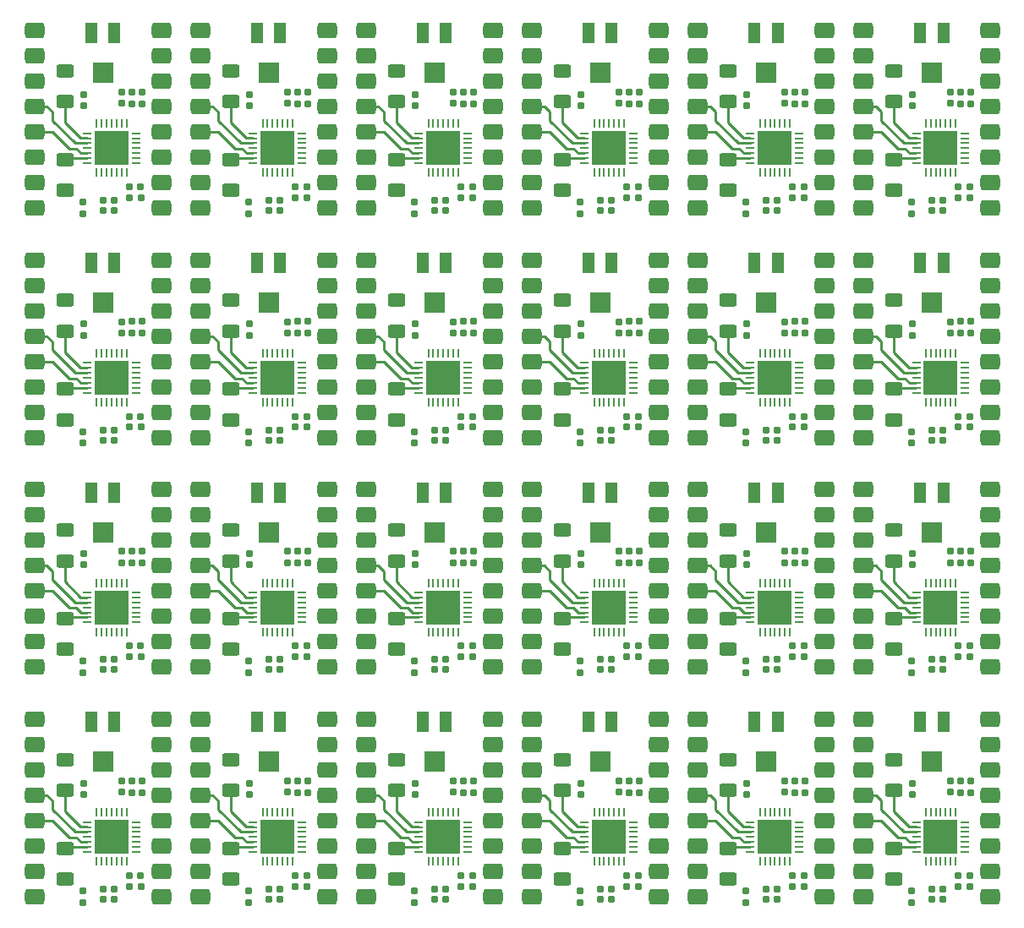
<source format=gbr>
%TF.GenerationSoftware,KiCad,Pcbnew,(6.0.5)*%
%TF.CreationDate,2022-06-29T09:08:07+08:00*%
%TF.ProjectId,TMC2209,544d4332-3230-4392-9e6b-696361645f70,rev?*%
%TF.SameCoordinates,Original*%
%TF.FileFunction,Soldermask,Top*%
%TF.FilePolarity,Negative*%
%FSLAX46Y46*%
G04 Gerber Fmt 4.6, Leading zero omitted, Abs format (unit mm)*
G04 Created by KiCad (PCBNEW (6.0.5)) date 2022-06-29 09:08:07*
%MOMM*%
%LPD*%
G01*
G04 APERTURE LIST*
G04 Aperture macros list*
%AMRoundRect*
0 Rectangle with rounded corners*
0 $1 Rounding radius*
0 $2 $3 $4 $5 $6 $7 $8 $9 X,Y pos of 4 corners*
0 Add a 4 corners polygon primitive as box body*
4,1,4,$2,$3,$4,$5,$6,$7,$8,$9,$2,$3,0*
0 Add four circle primitives for the rounded corners*
1,1,$1+$1,$2,$3*
1,1,$1+$1,$4,$5*
1,1,$1+$1,$6,$7*
1,1,$1+$1,$8,$9*
0 Add four rect primitives between the rounded corners*
20,1,$1+$1,$2,$3,$4,$5,0*
20,1,$1+$1,$4,$5,$6,$7,0*
20,1,$1+$1,$6,$7,$8,$9,0*
20,1,$1+$1,$8,$9,$2,$3,0*%
G04 Aperture macros list end*
%ADD10C,0.250000*%
%ADD11RoundRect,0.400000X0.600000X0.400000X-0.600000X0.400000X-0.600000X-0.400000X0.600000X-0.400000X0*%
%ADD12RoundRect,0.155000X0.212500X0.155000X-0.212500X0.155000X-0.212500X-0.155000X0.212500X-0.155000X0*%
%ADD13RoundRect,0.155000X0.155000X-0.212500X0.155000X0.212500X-0.155000X0.212500X-0.155000X-0.212500X0*%
%ADD14RoundRect,0.155000X-0.155000X0.212500X-0.155000X-0.212500X0.155000X-0.212500X0.155000X0.212500X0*%
%ADD15RoundRect,0.250000X0.625000X-0.400000X0.625000X0.400000X-0.625000X0.400000X-0.625000X-0.400000X0*%
%ADD16R,3.350000X3.350000*%
%ADD17RoundRect,0.062500X0.337500X-0.062500X0.337500X0.062500X-0.337500X0.062500X-0.337500X-0.062500X0*%
%ADD18RoundRect,0.062500X0.062500X-0.337500X0.062500X0.337500X-0.062500X0.337500X-0.062500X-0.337500X0*%
%ADD19RoundRect,0.250000X-0.625000X0.400000X-0.625000X-0.400000X0.625000X-0.400000X0.625000X0.400000X0*%
%ADD20RoundRect,0.160000X0.197500X0.160000X-0.197500X0.160000X-0.197500X-0.160000X0.197500X-0.160000X0*%
%ADD21RoundRect,0.160000X0.160000X-0.197500X0.160000X0.197500X-0.160000X0.197500X-0.160000X-0.197500X0*%
%ADD22R,1.300000X2.000000*%
%ADD23R,2.000000X2.000000*%
%ADD24RoundRect,0.160000X-0.160000X0.197500X-0.160000X-0.197500X0.160000X-0.197500X0.160000X0.197500X0*%
G04 APERTURE END LIST*
D10*
X172154000Y-132373000D02*
X169893400Y-130112400D01*
X169893400Y-130112400D02*
X169893400Y-129248800D01*
X173398600Y-132373000D02*
X172154000Y-132373000D01*
X173385900Y-131865000D02*
X172687400Y-131865000D01*
X172687400Y-131865000D02*
X171138000Y-130315600D01*
X172738200Y-133389000D02*
X172281000Y-132931800D01*
X173373200Y-133389000D02*
X172738200Y-133389000D01*
X173373200Y-133871600D02*
X171747600Y-133871600D01*
X171595200Y-132931800D02*
X169893400Y-131230000D01*
X169334600Y-128690000D02*
X168115400Y-128690000D01*
X169893400Y-129248800D02*
X169334600Y-128690000D01*
X169893400Y-131230000D02*
X168013800Y-131230000D01*
X171138000Y-130315600D02*
X171138000Y-128207400D01*
X172281000Y-132931800D02*
X171595200Y-132931800D01*
X155554000Y-132373000D02*
X153293400Y-130112400D01*
X153293400Y-130112400D02*
X153293400Y-129248800D01*
X156798600Y-132373000D02*
X155554000Y-132373000D01*
X156785900Y-131865000D02*
X156087400Y-131865000D01*
X156087400Y-131865000D02*
X154538000Y-130315600D01*
X156138200Y-133389000D02*
X155681000Y-132931800D01*
X156773200Y-133389000D02*
X156138200Y-133389000D01*
X156773200Y-133871600D02*
X155147600Y-133871600D01*
X154995200Y-132931800D02*
X153293400Y-131230000D01*
X152734600Y-128690000D02*
X151515400Y-128690000D01*
X153293400Y-129248800D02*
X152734600Y-128690000D01*
X153293400Y-131230000D02*
X151413800Y-131230000D01*
X154538000Y-130315600D02*
X154538000Y-128207400D01*
X155681000Y-132931800D02*
X154995200Y-132931800D01*
X138954000Y-132373000D02*
X136693400Y-130112400D01*
X136693400Y-130112400D02*
X136693400Y-129248800D01*
X140198600Y-132373000D02*
X138954000Y-132373000D01*
X140185900Y-131865000D02*
X139487400Y-131865000D01*
X139487400Y-131865000D02*
X137938000Y-130315600D01*
X139538200Y-133389000D02*
X139081000Y-132931800D01*
X140173200Y-133389000D02*
X139538200Y-133389000D01*
X140173200Y-133871600D02*
X138547600Y-133871600D01*
X138395200Y-132931800D02*
X136693400Y-131230000D01*
X136134600Y-128690000D02*
X134915400Y-128690000D01*
X136693400Y-129248800D02*
X136134600Y-128690000D01*
X136693400Y-131230000D02*
X134813800Y-131230000D01*
X137938000Y-130315600D02*
X137938000Y-128207400D01*
X139081000Y-132931800D02*
X138395200Y-132931800D01*
X122354000Y-132373000D02*
X120093400Y-130112400D01*
X120093400Y-130112400D02*
X120093400Y-129248800D01*
X123598600Y-132373000D02*
X122354000Y-132373000D01*
X123585900Y-131865000D02*
X122887400Y-131865000D01*
X122887400Y-131865000D02*
X121338000Y-130315600D01*
X122938200Y-133389000D02*
X122481000Y-132931800D01*
X123573200Y-133389000D02*
X122938200Y-133389000D01*
X123573200Y-133871600D02*
X121947600Y-133871600D01*
X121795200Y-132931800D02*
X120093400Y-131230000D01*
X119534600Y-128690000D02*
X118315400Y-128690000D01*
X120093400Y-129248800D02*
X119534600Y-128690000D01*
X120093400Y-131230000D02*
X118213800Y-131230000D01*
X121338000Y-130315600D02*
X121338000Y-128207400D01*
X122481000Y-132931800D02*
X121795200Y-132931800D01*
X105754000Y-132373000D02*
X103493400Y-130112400D01*
X103493400Y-130112400D02*
X103493400Y-129248800D01*
X106998600Y-132373000D02*
X105754000Y-132373000D01*
X106985900Y-131865000D02*
X106287400Y-131865000D01*
X106287400Y-131865000D02*
X104738000Y-130315600D01*
X106338200Y-133389000D02*
X105881000Y-132931800D01*
X106973200Y-133389000D02*
X106338200Y-133389000D01*
X106973200Y-133871600D02*
X105347600Y-133871600D01*
X105195200Y-132931800D02*
X103493400Y-131230000D01*
X102934600Y-128690000D02*
X101715400Y-128690000D01*
X103493400Y-129248800D02*
X102934600Y-128690000D01*
X103493400Y-131230000D02*
X101613800Y-131230000D01*
X104738000Y-130315600D02*
X104738000Y-128207400D01*
X105881000Y-132931800D02*
X105195200Y-132931800D01*
X89154000Y-132373000D02*
X86893400Y-130112400D01*
X86893400Y-130112400D02*
X86893400Y-129248800D01*
X90398600Y-132373000D02*
X89154000Y-132373000D01*
X90385900Y-131865000D02*
X89687400Y-131865000D01*
X89687400Y-131865000D02*
X88138000Y-130315600D01*
X89738200Y-133389000D02*
X89281000Y-132931800D01*
X90373200Y-133389000D02*
X89738200Y-133389000D01*
X90373200Y-133871600D02*
X88747600Y-133871600D01*
X88595200Y-132931800D02*
X86893400Y-131230000D01*
X86334600Y-128690000D02*
X85115400Y-128690000D01*
X86893400Y-129248800D02*
X86334600Y-128690000D01*
X86893400Y-131230000D02*
X85013800Y-131230000D01*
X88138000Y-130315600D02*
X88138000Y-128207400D01*
X89281000Y-132931800D02*
X88595200Y-132931800D01*
X172154000Y-109373000D02*
X169893400Y-107112400D01*
X169893400Y-107112400D02*
X169893400Y-106248800D01*
X173398600Y-109373000D02*
X172154000Y-109373000D01*
X173385900Y-108865000D02*
X172687400Y-108865000D01*
X172687400Y-108865000D02*
X171138000Y-107315600D01*
X172738200Y-110389000D02*
X172281000Y-109931800D01*
X173373200Y-110389000D02*
X172738200Y-110389000D01*
X173373200Y-110871600D02*
X171747600Y-110871600D01*
X171595200Y-109931800D02*
X169893400Y-108230000D01*
X169334600Y-105690000D02*
X168115400Y-105690000D01*
X169893400Y-106248800D02*
X169334600Y-105690000D01*
X169893400Y-108230000D02*
X168013800Y-108230000D01*
X171138000Y-107315600D02*
X171138000Y-105207400D01*
X172281000Y-109931800D02*
X171595200Y-109931800D01*
X155554000Y-109373000D02*
X153293400Y-107112400D01*
X153293400Y-107112400D02*
X153293400Y-106248800D01*
X156798600Y-109373000D02*
X155554000Y-109373000D01*
X156785900Y-108865000D02*
X156087400Y-108865000D01*
X156087400Y-108865000D02*
X154538000Y-107315600D01*
X156138200Y-110389000D02*
X155681000Y-109931800D01*
X156773200Y-110389000D02*
X156138200Y-110389000D01*
X156773200Y-110871600D02*
X155147600Y-110871600D01*
X154995200Y-109931800D02*
X153293400Y-108230000D01*
X152734600Y-105690000D02*
X151515400Y-105690000D01*
X153293400Y-106248800D02*
X152734600Y-105690000D01*
X153293400Y-108230000D02*
X151413800Y-108230000D01*
X154538000Y-107315600D02*
X154538000Y-105207400D01*
X155681000Y-109931800D02*
X154995200Y-109931800D01*
X138954000Y-109373000D02*
X136693400Y-107112400D01*
X136693400Y-107112400D02*
X136693400Y-106248800D01*
X140198600Y-109373000D02*
X138954000Y-109373000D01*
X140185900Y-108865000D02*
X139487400Y-108865000D01*
X139487400Y-108865000D02*
X137938000Y-107315600D01*
X139538200Y-110389000D02*
X139081000Y-109931800D01*
X140173200Y-110389000D02*
X139538200Y-110389000D01*
X140173200Y-110871600D02*
X138547600Y-110871600D01*
X138395200Y-109931800D02*
X136693400Y-108230000D01*
X136134600Y-105690000D02*
X134915400Y-105690000D01*
X136693400Y-106248800D02*
X136134600Y-105690000D01*
X136693400Y-108230000D02*
X134813800Y-108230000D01*
X137938000Y-107315600D02*
X137938000Y-105207400D01*
X139081000Y-109931800D02*
X138395200Y-109931800D01*
X122354000Y-109373000D02*
X120093400Y-107112400D01*
X120093400Y-107112400D02*
X120093400Y-106248800D01*
X123598600Y-109373000D02*
X122354000Y-109373000D01*
X123585900Y-108865000D02*
X122887400Y-108865000D01*
X122887400Y-108865000D02*
X121338000Y-107315600D01*
X122938200Y-110389000D02*
X122481000Y-109931800D01*
X123573200Y-110389000D02*
X122938200Y-110389000D01*
X123573200Y-110871600D02*
X121947600Y-110871600D01*
X121795200Y-109931800D02*
X120093400Y-108230000D01*
X119534600Y-105690000D02*
X118315400Y-105690000D01*
X120093400Y-106248800D02*
X119534600Y-105690000D01*
X120093400Y-108230000D02*
X118213800Y-108230000D01*
X121338000Y-107315600D02*
X121338000Y-105207400D01*
X122481000Y-109931800D02*
X121795200Y-109931800D01*
X105754000Y-109373000D02*
X103493400Y-107112400D01*
X103493400Y-107112400D02*
X103493400Y-106248800D01*
X106998600Y-109373000D02*
X105754000Y-109373000D01*
X106985900Y-108865000D02*
X106287400Y-108865000D01*
X106287400Y-108865000D02*
X104738000Y-107315600D01*
X106338200Y-110389000D02*
X105881000Y-109931800D01*
X106973200Y-110389000D02*
X106338200Y-110389000D01*
X106973200Y-110871600D02*
X105347600Y-110871600D01*
X105195200Y-109931800D02*
X103493400Y-108230000D01*
X102934600Y-105690000D02*
X101715400Y-105690000D01*
X103493400Y-106248800D02*
X102934600Y-105690000D01*
X103493400Y-108230000D02*
X101613800Y-108230000D01*
X104738000Y-107315600D02*
X104738000Y-105207400D01*
X105881000Y-109931800D02*
X105195200Y-109931800D01*
X89154000Y-109373000D02*
X86893400Y-107112400D01*
X86893400Y-107112400D02*
X86893400Y-106248800D01*
X90398600Y-109373000D02*
X89154000Y-109373000D01*
X90385900Y-108865000D02*
X89687400Y-108865000D01*
X89687400Y-108865000D02*
X88138000Y-107315600D01*
X89738200Y-110389000D02*
X89281000Y-109931800D01*
X90373200Y-110389000D02*
X89738200Y-110389000D01*
X90373200Y-110871600D02*
X88747600Y-110871600D01*
X88595200Y-109931800D02*
X86893400Y-108230000D01*
X86334600Y-105690000D02*
X85115400Y-105690000D01*
X86893400Y-106248800D02*
X86334600Y-105690000D01*
X86893400Y-108230000D02*
X85013800Y-108230000D01*
X88138000Y-107315600D02*
X88138000Y-105207400D01*
X89281000Y-109931800D02*
X88595200Y-109931800D01*
X172154000Y-86373000D02*
X169893400Y-84112400D01*
X169893400Y-84112400D02*
X169893400Y-83248800D01*
X173398600Y-86373000D02*
X172154000Y-86373000D01*
X173385900Y-85865000D02*
X172687400Y-85865000D01*
X172687400Y-85865000D02*
X171138000Y-84315600D01*
X172738200Y-87389000D02*
X172281000Y-86931800D01*
X173373200Y-87389000D02*
X172738200Y-87389000D01*
X173373200Y-87871600D02*
X171747600Y-87871600D01*
X171595200Y-86931800D02*
X169893400Y-85230000D01*
X169334600Y-82690000D02*
X168115400Y-82690000D01*
X169893400Y-83248800D02*
X169334600Y-82690000D01*
X169893400Y-85230000D02*
X168013800Y-85230000D01*
X171138000Y-84315600D02*
X171138000Y-82207400D01*
X172281000Y-86931800D02*
X171595200Y-86931800D01*
X155554000Y-86373000D02*
X153293400Y-84112400D01*
X153293400Y-84112400D02*
X153293400Y-83248800D01*
X156798600Y-86373000D02*
X155554000Y-86373000D01*
X156785900Y-85865000D02*
X156087400Y-85865000D01*
X156087400Y-85865000D02*
X154538000Y-84315600D01*
X156138200Y-87389000D02*
X155681000Y-86931800D01*
X156773200Y-87389000D02*
X156138200Y-87389000D01*
X156773200Y-87871600D02*
X155147600Y-87871600D01*
X154995200Y-86931800D02*
X153293400Y-85230000D01*
X152734600Y-82690000D02*
X151515400Y-82690000D01*
X153293400Y-83248800D02*
X152734600Y-82690000D01*
X153293400Y-85230000D02*
X151413800Y-85230000D01*
X154538000Y-84315600D02*
X154538000Y-82207400D01*
X155681000Y-86931800D02*
X154995200Y-86931800D01*
X138954000Y-86373000D02*
X136693400Y-84112400D01*
X136693400Y-84112400D02*
X136693400Y-83248800D01*
X140198600Y-86373000D02*
X138954000Y-86373000D01*
X140185900Y-85865000D02*
X139487400Y-85865000D01*
X139487400Y-85865000D02*
X137938000Y-84315600D01*
X139538200Y-87389000D02*
X139081000Y-86931800D01*
X140173200Y-87389000D02*
X139538200Y-87389000D01*
X140173200Y-87871600D02*
X138547600Y-87871600D01*
X138395200Y-86931800D02*
X136693400Y-85230000D01*
X136134600Y-82690000D02*
X134915400Y-82690000D01*
X136693400Y-83248800D02*
X136134600Y-82690000D01*
X136693400Y-85230000D02*
X134813800Y-85230000D01*
X137938000Y-84315600D02*
X137938000Y-82207400D01*
X139081000Y-86931800D02*
X138395200Y-86931800D01*
X122354000Y-86373000D02*
X120093400Y-84112400D01*
X120093400Y-84112400D02*
X120093400Y-83248800D01*
X123598600Y-86373000D02*
X122354000Y-86373000D01*
X123585900Y-85865000D02*
X122887400Y-85865000D01*
X122887400Y-85865000D02*
X121338000Y-84315600D01*
X122938200Y-87389000D02*
X122481000Y-86931800D01*
X123573200Y-87389000D02*
X122938200Y-87389000D01*
X123573200Y-87871600D02*
X121947600Y-87871600D01*
X121795200Y-86931800D02*
X120093400Y-85230000D01*
X119534600Y-82690000D02*
X118315400Y-82690000D01*
X120093400Y-83248800D02*
X119534600Y-82690000D01*
X120093400Y-85230000D02*
X118213800Y-85230000D01*
X121338000Y-84315600D02*
X121338000Y-82207400D01*
X122481000Y-86931800D02*
X121795200Y-86931800D01*
X105754000Y-86373000D02*
X103493400Y-84112400D01*
X103493400Y-84112400D02*
X103493400Y-83248800D01*
X106998600Y-86373000D02*
X105754000Y-86373000D01*
X106985900Y-85865000D02*
X106287400Y-85865000D01*
X106287400Y-85865000D02*
X104738000Y-84315600D01*
X106338200Y-87389000D02*
X105881000Y-86931800D01*
X106973200Y-87389000D02*
X106338200Y-87389000D01*
X106973200Y-87871600D02*
X105347600Y-87871600D01*
X105195200Y-86931800D02*
X103493400Y-85230000D01*
X102934600Y-82690000D02*
X101715400Y-82690000D01*
X103493400Y-83248800D02*
X102934600Y-82690000D01*
X103493400Y-85230000D02*
X101613800Y-85230000D01*
X104738000Y-84315600D02*
X104738000Y-82207400D01*
X105881000Y-86931800D02*
X105195200Y-86931800D01*
X89154000Y-86373000D02*
X86893400Y-84112400D01*
X86893400Y-84112400D02*
X86893400Y-83248800D01*
X90398600Y-86373000D02*
X89154000Y-86373000D01*
X90385900Y-85865000D02*
X89687400Y-85865000D01*
X89687400Y-85865000D02*
X88138000Y-84315600D01*
X89738200Y-87389000D02*
X89281000Y-86931800D01*
X90373200Y-87389000D02*
X89738200Y-87389000D01*
X90373200Y-87871600D02*
X88747600Y-87871600D01*
X88595200Y-86931800D02*
X86893400Y-85230000D01*
X86334600Y-82690000D02*
X85115400Y-82690000D01*
X86893400Y-83248800D02*
X86334600Y-82690000D01*
X86893400Y-85230000D02*
X85013800Y-85230000D01*
X88138000Y-84315600D02*
X88138000Y-82207400D01*
X89281000Y-86931800D02*
X88595200Y-86931800D01*
X172154000Y-63373000D02*
X169893400Y-61112400D01*
X169893400Y-61112400D02*
X169893400Y-60248800D01*
X173398600Y-63373000D02*
X172154000Y-63373000D01*
X173385900Y-62865000D02*
X172687400Y-62865000D01*
X172687400Y-62865000D02*
X171138000Y-61315600D01*
X172738200Y-64389000D02*
X172281000Y-63931800D01*
X173373200Y-64389000D02*
X172738200Y-64389000D01*
X173373200Y-64871600D02*
X171747600Y-64871600D01*
X171595200Y-63931800D02*
X169893400Y-62230000D01*
X169334600Y-59690000D02*
X168115400Y-59690000D01*
X169893400Y-60248800D02*
X169334600Y-59690000D01*
X169893400Y-62230000D02*
X168013800Y-62230000D01*
X171138000Y-61315600D02*
X171138000Y-59207400D01*
X172281000Y-63931800D02*
X171595200Y-63931800D01*
X155554000Y-63373000D02*
X153293400Y-61112400D01*
X153293400Y-61112400D02*
X153293400Y-60248800D01*
X156798600Y-63373000D02*
X155554000Y-63373000D01*
X156785900Y-62865000D02*
X156087400Y-62865000D01*
X156087400Y-62865000D02*
X154538000Y-61315600D01*
X156138200Y-64389000D02*
X155681000Y-63931800D01*
X156773200Y-64389000D02*
X156138200Y-64389000D01*
X156773200Y-64871600D02*
X155147600Y-64871600D01*
X154995200Y-63931800D02*
X153293400Y-62230000D01*
X152734600Y-59690000D02*
X151515400Y-59690000D01*
X153293400Y-60248800D02*
X152734600Y-59690000D01*
X153293400Y-62230000D02*
X151413800Y-62230000D01*
X154538000Y-61315600D02*
X154538000Y-59207400D01*
X155681000Y-63931800D02*
X154995200Y-63931800D01*
X138954000Y-63373000D02*
X136693400Y-61112400D01*
X136693400Y-61112400D02*
X136693400Y-60248800D01*
X140198600Y-63373000D02*
X138954000Y-63373000D01*
X140185900Y-62865000D02*
X139487400Y-62865000D01*
X139487400Y-62865000D02*
X137938000Y-61315600D01*
X139538200Y-64389000D02*
X139081000Y-63931800D01*
X140173200Y-64389000D02*
X139538200Y-64389000D01*
X140173200Y-64871600D02*
X138547600Y-64871600D01*
X138395200Y-63931800D02*
X136693400Y-62230000D01*
X136134600Y-59690000D02*
X134915400Y-59690000D01*
X136693400Y-60248800D02*
X136134600Y-59690000D01*
X136693400Y-62230000D02*
X134813800Y-62230000D01*
X137938000Y-61315600D02*
X137938000Y-59207400D01*
X139081000Y-63931800D02*
X138395200Y-63931800D01*
X122354000Y-63373000D02*
X120093400Y-61112400D01*
X120093400Y-61112400D02*
X120093400Y-60248800D01*
X123598600Y-63373000D02*
X122354000Y-63373000D01*
X123585900Y-62865000D02*
X122887400Y-62865000D01*
X122887400Y-62865000D02*
X121338000Y-61315600D01*
X122938200Y-64389000D02*
X122481000Y-63931800D01*
X123573200Y-64389000D02*
X122938200Y-64389000D01*
X123573200Y-64871600D02*
X121947600Y-64871600D01*
X121795200Y-63931800D02*
X120093400Y-62230000D01*
X119534600Y-59690000D02*
X118315400Y-59690000D01*
X120093400Y-60248800D02*
X119534600Y-59690000D01*
X120093400Y-62230000D02*
X118213800Y-62230000D01*
X121338000Y-61315600D02*
X121338000Y-59207400D01*
X122481000Y-63931800D02*
X121795200Y-63931800D01*
X105754000Y-63373000D02*
X103493400Y-61112400D01*
X103493400Y-61112400D02*
X103493400Y-60248800D01*
X106998600Y-63373000D02*
X105754000Y-63373000D01*
X106985900Y-62865000D02*
X106287400Y-62865000D01*
X106287400Y-62865000D02*
X104738000Y-61315600D01*
X106338200Y-64389000D02*
X105881000Y-63931800D01*
X106973200Y-64389000D02*
X106338200Y-64389000D01*
X106973200Y-64871600D02*
X105347600Y-64871600D01*
X105195200Y-63931800D02*
X103493400Y-62230000D01*
X102934600Y-59690000D02*
X101715400Y-59690000D01*
X103493400Y-60248800D02*
X102934600Y-59690000D01*
X103493400Y-62230000D02*
X101613800Y-62230000D01*
X104738000Y-61315600D02*
X104738000Y-59207400D01*
X105881000Y-63931800D02*
X105195200Y-63931800D01*
X90373200Y-64871600D02*
X88747600Y-64871600D01*
X90373200Y-64389000D02*
X89738200Y-64389000D01*
X88138000Y-61315600D02*
X88138000Y-59207400D01*
X90398600Y-63373000D02*
X89154000Y-63373000D01*
X89738200Y-64389000D02*
X89281000Y-63931800D01*
X86334600Y-59690000D02*
X85115400Y-59690000D01*
X89687400Y-62865000D02*
X88138000Y-61315600D01*
X86893400Y-61112400D02*
X86893400Y-60248800D01*
X90385900Y-62865000D02*
X89687400Y-62865000D01*
X86893400Y-62230000D02*
X85013800Y-62230000D01*
X86893400Y-60248800D02*
X86334600Y-59690000D01*
X89154000Y-63373000D02*
X86893400Y-61112400D01*
X89281000Y-63931800D02*
X88595200Y-63931800D01*
X88595200Y-63931800D02*
X86893400Y-62230000D01*
D11*
%TO.C,J48*%
X168090000Y-138850000D03*
X168090000Y-136310000D03*
X168090000Y-133770000D03*
X168090000Y-131230000D03*
X168090000Y-128690000D03*
X168090000Y-126150000D03*
X168090000Y-123610000D03*
X168090000Y-121070000D03*
%TD*%
%TO.C,J47*%
X180790000Y-138850000D03*
X180790000Y-136310000D03*
X180790000Y-133770000D03*
X180790000Y-131230000D03*
X180790000Y-128690000D03*
X180790000Y-126150000D03*
X180790000Y-123610000D03*
X180790000Y-121070000D03*
%TD*%
D12*
%TO.C,C140*%
X177606300Y-136741800D03*
X178741300Y-136741800D03*
%TD*%
%TO.C,C142*%
X174939300Y-139104000D03*
X176074300Y-139104000D03*
%TD*%
%TO.C,C143*%
X174939300Y-138088000D03*
X176074300Y-138088000D03*
%TD*%
D13*
%TO.C,C144*%
X172916000Y-138282500D03*
X172916000Y-139417500D03*
%TD*%
D14*
%TO.C,C141*%
X173043000Y-128622500D03*
X173043000Y-127487500D03*
%TD*%
D15*
%TO.C,R119*%
X171138000Y-125133400D03*
X171138000Y-128233400D03*
%TD*%
D16*
%TO.C,U24*%
X175837000Y-132881000D03*
D17*
X173387000Y-134381000D03*
X173387000Y-133881000D03*
X173387000Y-133381000D03*
X173387000Y-132881000D03*
X173387000Y-132381000D03*
X173387000Y-131881000D03*
X173387000Y-131381000D03*
D18*
X174337000Y-130431000D03*
X174837000Y-130431000D03*
X175337000Y-130431000D03*
X175837000Y-130431000D03*
X176337000Y-130431000D03*
X176837000Y-130431000D03*
X177337000Y-130431000D03*
D17*
X178287000Y-131381000D03*
X178287000Y-131881000D03*
X178287000Y-132381000D03*
X178287000Y-132881000D03*
X178287000Y-133381000D03*
X178287000Y-133881000D03*
X178287000Y-134381000D03*
D18*
X177337000Y-135331000D03*
X176837000Y-135331000D03*
X176337000Y-135331000D03*
X175837000Y-135331000D03*
X175337000Y-135331000D03*
X174837000Y-135331000D03*
X174337000Y-135331000D03*
%TD*%
D19*
%TO.C,R120*%
X171138000Y-137098000D03*
X171138000Y-133998000D03*
%TD*%
D13*
%TO.C,C139*%
X176853000Y-127258900D03*
X176853000Y-128393900D03*
%TD*%
D20*
%TO.C,R117*%
X177576300Y-137808600D03*
X178771300Y-137808600D03*
%TD*%
D21*
%TO.C,R116*%
X178885000Y-127228900D03*
X178885000Y-128423900D03*
%TD*%
D22*
%TO.C,RV24*%
X173798000Y-121356000D03*
D23*
X174948000Y-125356000D03*
D22*
X176098000Y-121356000D03*
%TD*%
D24*
%TO.C,R118*%
X177869000Y-128423900D03*
X177869000Y-127228900D03*
%TD*%
D11*
%TO.C,J46*%
X151490000Y-138850000D03*
X151490000Y-136310000D03*
X151490000Y-133770000D03*
X151490000Y-131230000D03*
X151490000Y-128690000D03*
X151490000Y-126150000D03*
X151490000Y-123610000D03*
X151490000Y-121070000D03*
%TD*%
%TO.C,J45*%
X164190000Y-138850000D03*
X164190000Y-136310000D03*
X164190000Y-133770000D03*
X164190000Y-131230000D03*
X164190000Y-128690000D03*
X164190000Y-126150000D03*
X164190000Y-123610000D03*
X164190000Y-121070000D03*
%TD*%
D12*
%TO.C,C134*%
X161006300Y-136741800D03*
X162141300Y-136741800D03*
%TD*%
%TO.C,C136*%
X158339300Y-139104000D03*
X159474300Y-139104000D03*
%TD*%
%TO.C,C137*%
X158339300Y-138088000D03*
X159474300Y-138088000D03*
%TD*%
D13*
%TO.C,C138*%
X156316000Y-138282500D03*
X156316000Y-139417500D03*
%TD*%
D14*
%TO.C,C135*%
X156443000Y-128622500D03*
X156443000Y-127487500D03*
%TD*%
D15*
%TO.C,R114*%
X154538000Y-125133400D03*
X154538000Y-128233400D03*
%TD*%
D16*
%TO.C,U23*%
X159237000Y-132881000D03*
D17*
X156787000Y-134381000D03*
X156787000Y-133881000D03*
X156787000Y-133381000D03*
X156787000Y-132881000D03*
X156787000Y-132381000D03*
X156787000Y-131881000D03*
X156787000Y-131381000D03*
D18*
X157737000Y-130431000D03*
X158237000Y-130431000D03*
X158737000Y-130431000D03*
X159237000Y-130431000D03*
X159737000Y-130431000D03*
X160237000Y-130431000D03*
X160737000Y-130431000D03*
D17*
X161687000Y-131381000D03*
X161687000Y-131881000D03*
X161687000Y-132381000D03*
X161687000Y-132881000D03*
X161687000Y-133381000D03*
X161687000Y-133881000D03*
X161687000Y-134381000D03*
D18*
X160737000Y-135331000D03*
X160237000Y-135331000D03*
X159737000Y-135331000D03*
X159237000Y-135331000D03*
X158737000Y-135331000D03*
X158237000Y-135331000D03*
X157737000Y-135331000D03*
%TD*%
D19*
%TO.C,R115*%
X154538000Y-137098000D03*
X154538000Y-133998000D03*
%TD*%
D13*
%TO.C,C133*%
X160253000Y-127258900D03*
X160253000Y-128393900D03*
%TD*%
D20*
%TO.C,R112*%
X160976300Y-137808600D03*
X162171300Y-137808600D03*
%TD*%
D21*
%TO.C,R111*%
X162285000Y-127228900D03*
X162285000Y-128423900D03*
%TD*%
D22*
%TO.C,RV23*%
X157198000Y-121356000D03*
D23*
X158348000Y-125356000D03*
D22*
X159498000Y-121356000D03*
%TD*%
D24*
%TO.C,R113*%
X161269000Y-128423900D03*
X161269000Y-127228900D03*
%TD*%
D11*
%TO.C,J44*%
X134890000Y-138850000D03*
X134890000Y-136310000D03*
X134890000Y-133770000D03*
X134890000Y-131230000D03*
X134890000Y-128690000D03*
X134890000Y-126150000D03*
X134890000Y-123610000D03*
X134890000Y-121070000D03*
%TD*%
%TO.C,J43*%
X147590000Y-138850000D03*
X147590000Y-136310000D03*
X147590000Y-133770000D03*
X147590000Y-131230000D03*
X147590000Y-128690000D03*
X147590000Y-126150000D03*
X147590000Y-123610000D03*
X147590000Y-121070000D03*
%TD*%
D12*
%TO.C,C128*%
X144406300Y-136741800D03*
X145541300Y-136741800D03*
%TD*%
%TO.C,C130*%
X141739300Y-139104000D03*
X142874300Y-139104000D03*
%TD*%
%TO.C,C131*%
X141739300Y-138088000D03*
X142874300Y-138088000D03*
%TD*%
D13*
%TO.C,C132*%
X139716000Y-138282500D03*
X139716000Y-139417500D03*
%TD*%
D14*
%TO.C,C129*%
X139843000Y-128622500D03*
X139843000Y-127487500D03*
%TD*%
D15*
%TO.C,R109*%
X137938000Y-125133400D03*
X137938000Y-128233400D03*
%TD*%
D16*
%TO.C,U22*%
X142637000Y-132881000D03*
D17*
X140187000Y-134381000D03*
X140187000Y-133881000D03*
X140187000Y-133381000D03*
X140187000Y-132881000D03*
X140187000Y-132381000D03*
X140187000Y-131881000D03*
X140187000Y-131381000D03*
D18*
X141137000Y-130431000D03*
X141637000Y-130431000D03*
X142137000Y-130431000D03*
X142637000Y-130431000D03*
X143137000Y-130431000D03*
X143637000Y-130431000D03*
X144137000Y-130431000D03*
D17*
X145087000Y-131381000D03*
X145087000Y-131881000D03*
X145087000Y-132381000D03*
X145087000Y-132881000D03*
X145087000Y-133381000D03*
X145087000Y-133881000D03*
X145087000Y-134381000D03*
D18*
X144137000Y-135331000D03*
X143637000Y-135331000D03*
X143137000Y-135331000D03*
X142637000Y-135331000D03*
X142137000Y-135331000D03*
X141637000Y-135331000D03*
X141137000Y-135331000D03*
%TD*%
D19*
%TO.C,R110*%
X137938000Y-137098000D03*
X137938000Y-133998000D03*
%TD*%
D13*
%TO.C,C127*%
X143653000Y-127258900D03*
X143653000Y-128393900D03*
%TD*%
D20*
%TO.C,R107*%
X144376300Y-137808600D03*
X145571300Y-137808600D03*
%TD*%
D21*
%TO.C,R106*%
X145685000Y-127228900D03*
X145685000Y-128423900D03*
%TD*%
D22*
%TO.C,RV22*%
X140598000Y-121356000D03*
D23*
X141748000Y-125356000D03*
D22*
X142898000Y-121356000D03*
%TD*%
D24*
%TO.C,R108*%
X144669000Y-128423900D03*
X144669000Y-127228900D03*
%TD*%
D11*
%TO.C,J42*%
X118290000Y-138850000D03*
X118290000Y-136310000D03*
X118290000Y-133770000D03*
X118290000Y-131230000D03*
X118290000Y-128690000D03*
X118290000Y-126150000D03*
X118290000Y-123610000D03*
X118290000Y-121070000D03*
%TD*%
%TO.C,J41*%
X130990000Y-138850000D03*
X130990000Y-136310000D03*
X130990000Y-133770000D03*
X130990000Y-131230000D03*
X130990000Y-128690000D03*
X130990000Y-126150000D03*
X130990000Y-123610000D03*
X130990000Y-121070000D03*
%TD*%
D12*
%TO.C,C122*%
X127806300Y-136741800D03*
X128941300Y-136741800D03*
%TD*%
%TO.C,C124*%
X125139300Y-139104000D03*
X126274300Y-139104000D03*
%TD*%
%TO.C,C125*%
X125139300Y-138088000D03*
X126274300Y-138088000D03*
%TD*%
D13*
%TO.C,C126*%
X123116000Y-138282500D03*
X123116000Y-139417500D03*
%TD*%
D14*
%TO.C,C123*%
X123243000Y-128622500D03*
X123243000Y-127487500D03*
%TD*%
D15*
%TO.C,R104*%
X121338000Y-125133400D03*
X121338000Y-128233400D03*
%TD*%
D16*
%TO.C,U21*%
X126037000Y-132881000D03*
D17*
X123587000Y-134381000D03*
X123587000Y-133881000D03*
X123587000Y-133381000D03*
X123587000Y-132881000D03*
X123587000Y-132381000D03*
X123587000Y-131881000D03*
X123587000Y-131381000D03*
D18*
X124537000Y-130431000D03*
X125037000Y-130431000D03*
X125537000Y-130431000D03*
X126037000Y-130431000D03*
X126537000Y-130431000D03*
X127037000Y-130431000D03*
X127537000Y-130431000D03*
D17*
X128487000Y-131381000D03*
X128487000Y-131881000D03*
X128487000Y-132381000D03*
X128487000Y-132881000D03*
X128487000Y-133381000D03*
X128487000Y-133881000D03*
X128487000Y-134381000D03*
D18*
X127537000Y-135331000D03*
X127037000Y-135331000D03*
X126537000Y-135331000D03*
X126037000Y-135331000D03*
X125537000Y-135331000D03*
X125037000Y-135331000D03*
X124537000Y-135331000D03*
%TD*%
D19*
%TO.C,R105*%
X121338000Y-137098000D03*
X121338000Y-133998000D03*
%TD*%
D13*
%TO.C,C121*%
X127053000Y-127258900D03*
X127053000Y-128393900D03*
%TD*%
D20*
%TO.C,R102*%
X127776300Y-137808600D03*
X128971300Y-137808600D03*
%TD*%
D21*
%TO.C,R101*%
X129085000Y-127228900D03*
X129085000Y-128423900D03*
%TD*%
D22*
%TO.C,RV21*%
X123998000Y-121356000D03*
D23*
X125148000Y-125356000D03*
D22*
X126298000Y-121356000D03*
%TD*%
D24*
%TO.C,R103*%
X128069000Y-128423900D03*
X128069000Y-127228900D03*
%TD*%
D11*
%TO.C,J40*%
X101690000Y-138850000D03*
X101690000Y-136310000D03*
X101690000Y-133770000D03*
X101690000Y-131230000D03*
X101690000Y-128690000D03*
X101690000Y-126150000D03*
X101690000Y-123610000D03*
X101690000Y-121070000D03*
%TD*%
%TO.C,J39*%
X114390000Y-138850000D03*
X114390000Y-136310000D03*
X114390000Y-133770000D03*
X114390000Y-131230000D03*
X114390000Y-128690000D03*
X114390000Y-126150000D03*
X114390000Y-123610000D03*
X114390000Y-121070000D03*
%TD*%
D12*
%TO.C,C116*%
X111206300Y-136741800D03*
X112341300Y-136741800D03*
%TD*%
%TO.C,C118*%
X108539300Y-139104000D03*
X109674300Y-139104000D03*
%TD*%
%TO.C,C119*%
X108539300Y-138088000D03*
X109674300Y-138088000D03*
%TD*%
D13*
%TO.C,C120*%
X106516000Y-138282500D03*
X106516000Y-139417500D03*
%TD*%
D14*
%TO.C,C117*%
X106643000Y-128622500D03*
X106643000Y-127487500D03*
%TD*%
D15*
%TO.C,R99*%
X104738000Y-125133400D03*
X104738000Y-128233400D03*
%TD*%
D16*
%TO.C,U20*%
X109437000Y-132881000D03*
D17*
X106987000Y-134381000D03*
X106987000Y-133881000D03*
X106987000Y-133381000D03*
X106987000Y-132881000D03*
X106987000Y-132381000D03*
X106987000Y-131881000D03*
X106987000Y-131381000D03*
D18*
X107937000Y-130431000D03*
X108437000Y-130431000D03*
X108937000Y-130431000D03*
X109437000Y-130431000D03*
X109937000Y-130431000D03*
X110437000Y-130431000D03*
X110937000Y-130431000D03*
D17*
X111887000Y-131381000D03*
X111887000Y-131881000D03*
X111887000Y-132381000D03*
X111887000Y-132881000D03*
X111887000Y-133381000D03*
X111887000Y-133881000D03*
X111887000Y-134381000D03*
D18*
X110937000Y-135331000D03*
X110437000Y-135331000D03*
X109937000Y-135331000D03*
X109437000Y-135331000D03*
X108937000Y-135331000D03*
X108437000Y-135331000D03*
X107937000Y-135331000D03*
%TD*%
D19*
%TO.C,R100*%
X104738000Y-137098000D03*
X104738000Y-133998000D03*
%TD*%
D13*
%TO.C,C115*%
X110453000Y-127258900D03*
X110453000Y-128393900D03*
%TD*%
D20*
%TO.C,R97*%
X111176300Y-137808600D03*
X112371300Y-137808600D03*
%TD*%
D21*
%TO.C,R96*%
X112485000Y-127228900D03*
X112485000Y-128423900D03*
%TD*%
D22*
%TO.C,RV20*%
X107398000Y-121356000D03*
D23*
X108548000Y-125356000D03*
D22*
X109698000Y-121356000D03*
%TD*%
D24*
%TO.C,R98*%
X111469000Y-128423900D03*
X111469000Y-127228900D03*
%TD*%
D11*
%TO.C,J38*%
X85090000Y-138850000D03*
X85090000Y-136310000D03*
X85090000Y-133770000D03*
X85090000Y-131230000D03*
X85090000Y-128690000D03*
X85090000Y-126150000D03*
X85090000Y-123610000D03*
X85090000Y-121070000D03*
%TD*%
%TO.C,J37*%
X97790000Y-138850000D03*
X97790000Y-136310000D03*
X97790000Y-133770000D03*
X97790000Y-131230000D03*
X97790000Y-128690000D03*
X97790000Y-126150000D03*
X97790000Y-123610000D03*
X97790000Y-121070000D03*
%TD*%
D12*
%TO.C,C110*%
X94606300Y-136741800D03*
X95741300Y-136741800D03*
%TD*%
%TO.C,C112*%
X91939300Y-139104000D03*
X93074300Y-139104000D03*
%TD*%
%TO.C,C113*%
X91939300Y-138088000D03*
X93074300Y-138088000D03*
%TD*%
D13*
%TO.C,C114*%
X89916000Y-138282500D03*
X89916000Y-139417500D03*
%TD*%
D14*
%TO.C,C111*%
X90043000Y-128622500D03*
X90043000Y-127487500D03*
%TD*%
D15*
%TO.C,R94*%
X88138000Y-125133400D03*
X88138000Y-128233400D03*
%TD*%
D16*
%TO.C,U19*%
X92837000Y-132881000D03*
D17*
X90387000Y-134381000D03*
X90387000Y-133881000D03*
X90387000Y-133381000D03*
X90387000Y-132881000D03*
X90387000Y-132381000D03*
X90387000Y-131881000D03*
X90387000Y-131381000D03*
D18*
X91337000Y-130431000D03*
X91837000Y-130431000D03*
X92337000Y-130431000D03*
X92837000Y-130431000D03*
X93337000Y-130431000D03*
X93837000Y-130431000D03*
X94337000Y-130431000D03*
D17*
X95287000Y-131381000D03*
X95287000Y-131881000D03*
X95287000Y-132381000D03*
X95287000Y-132881000D03*
X95287000Y-133381000D03*
X95287000Y-133881000D03*
X95287000Y-134381000D03*
D18*
X94337000Y-135331000D03*
X93837000Y-135331000D03*
X93337000Y-135331000D03*
X92837000Y-135331000D03*
X92337000Y-135331000D03*
X91837000Y-135331000D03*
X91337000Y-135331000D03*
%TD*%
D19*
%TO.C,R95*%
X88138000Y-137098000D03*
X88138000Y-133998000D03*
%TD*%
D13*
%TO.C,C109*%
X93853000Y-127258900D03*
X93853000Y-128393900D03*
%TD*%
D20*
%TO.C,R92*%
X94576300Y-137808600D03*
X95771300Y-137808600D03*
%TD*%
D21*
%TO.C,R91*%
X95885000Y-127228900D03*
X95885000Y-128423900D03*
%TD*%
D22*
%TO.C,RV19*%
X90798000Y-121356000D03*
D23*
X91948000Y-125356000D03*
D22*
X93098000Y-121356000D03*
%TD*%
D24*
%TO.C,R93*%
X94869000Y-128423900D03*
X94869000Y-127228900D03*
%TD*%
D11*
%TO.C,J36*%
X168090000Y-115850000D03*
X168090000Y-113310000D03*
X168090000Y-110770000D03*
X168090000Y-108230000D03*
X168090000Y-105690000D03*
X168090000Y-103150000D03*
X168090000Y-100610000D03*
X168090000Y-98070000D03*
%TD*%
%TO.C,J35*%
X180790000Y-115850000D03*
X180790000Y-113310000D03*
X180790000Y-110770000D03*
X180790000Y-108230000D03*
X180790000Y-105690000D03*
X180790000Y-103150000D03*
X180790000Y-100610000D03*
X180790000Y-98070000D03*
%TD*%
D12*
%TO.C,C104*%
X177606300Y-113741800D03*
X178741300Y-113741800D03*
%TD*%
%TO.C,C106*%
X174939300Y-116104000D03*
X176074300Y-116104000D03*
%TD*%
%TO.C,C107*%
X174939300Y-115088000D03*
X176074300Y-115088000D03*
%TD*%
D13*
%TO.C,C108*%
X172916000Y-115282500D03*
X172916000Y-116417500D03*
%TD*%
D14*
%TO.C,C105*%
X173043000Y-105622500D03*
X173043000Y-104487500D03*
%TD*%
D15*
%TO.C,R89*%
X171138000Y-102133400D03*
X171138000Y-105233400D03*
%TD*%
D16*
%TO.C,U18*%
X175837000Y-109881000D03*
D17*
X173387000Y-111381000D03*
X173387000Y-110881000D03*
X173387000Y-110381000D03*
X173387000Y-109881000D03*
X173387000Y-109381000D03*
X173387000Y-108881000D03*
X173387000Y-108381000D03*
D18*
X174337000Y-107431000D03*
X174837000Y-107431000D03*
X175337000Y-107431000D03*
X175837000Y-107431000D03*
X176337000Y-107431000D03*
X176837000Y-107431000D03*
X177337000Y-107431000D03*
D17*
X178287000Y-108381000D03*
X178287000Y-108881000D03*
X178287000Y-109381000D03*
X178287000Y-109881000D03*
X178287000Y-110381000D03*
X178287000Y-110881000D03*
X178287000Y-111381000D03*
D18*
X177337000Y-112331000D03*
X176837000Y-112331000D03*
X176337000Y-112331000D03*
X175837000Y-112331000D03*
X175337000Y-112331000D03*
X174837000Y-112331000D03*
X174337000Y-112331000D03*
%TD*%
D19*
%TO.C,R90*%
X171138000Y-114098000D03*
X171138000Y-110998000D03*
%TD*%
D13*
%TO.C,C103*%
X176853000Y-104258900D03*
X176853000Y-105393900D03*
%TD*%
D20*
%TO.C,R87*%
X177576300Y-114808600D03*
X178771300Y-114808600D03*
%TD*%
D21*
%TO.C,R86*%
X178885000Y-104228900D03*
X178885000Y-105423900D03*
%TD*%
D22*
%TO.C,RV18*%
X173798000Y-98356000D03*
D23*
X174948000Y-102356000D03*
D22*
X176098000Y-98356000D03*
%TD*%
D24*
%TO.C,R88*%
X177869000Y-105423900D03*
X177869000Y-104228900D03*
%TD*%
D11*
%TO.C,J34*%
X151490000Y-115850000D03*
X151490000Y-113310000D03*
X151490000Y-110770000D03*
X151490000Y-108230000D03*
X151490000Y-105690000D03*
X151490000Y-103150000D03*
X151490000Y-100610000D03*
X151490000Y-98070000D03*
%TD*%
%TO.C,J33*%
X164190000Y-115850000D03*
X164190000Y-113310000D03*
X164190000Y-110770000D03*
X164190000Y-108230000D03*
X164190000Y-105690000D03*
X164190000Y-103150000D03*
X164190000Y-100610000D03*
X164190000Y-98070000D03*
%TD*%
D12*
%TO.C,C98*%
X161006300Y-113741800D03*
X162141300Y-113741800D03*
%TD*%
%TO.C,C100*%
X158339300Y-116104000D03*
X159474300Y-116104000D03*
%TD*%
%TO.C,C101*%
X158339300Y-115088000D03*
X159474300Y-115088000D03*
%TD*%
D13*
%TO.C,C102*%
X156316000Y-115282500D03*
X156316000Y-116417500D03*
%TD*%
D14*
%TO.C,C99*%
X156443000Y-105622500D03*
X156443000Y-104487500D03*
%TD*%
D15*
%TO.C,R84*%
X154538000Y-102133400D03*
X154538000Y-105233400D03*
%TD*%
D16*
%TO.C,U17*%
X159237000Y-109881000D03*
D17*
X156787000Y-111381000D03*
X156787000Y-110881000D03*
X156787000Y-110381000D03*
X156787000Y-109881000D03*
X156787000Y-109381000D03*
X156787000Y-108881000D03*
X156787000Y-108381000D03*
D18*
X157737000Y-107431000D03*
X158237000Y-107431000D03*
X158737000Y-107431000D03*
X159237000Y-107431000D03*
X159737000Y-107431000D03*
X160237000Y-107431000D03*
X160737000Y-107431000D03*
D17*
X161687000Y-108381000D03*
X161687000Y-108881000D03*
X161687000Y-109381000D03*
X161687000Y-109881000D03*
X161687000Y-110381000D03*
X161687000Y-110881000D03*
X161687000Y-111381000D03*
D18*
X160737000Y-112331000D03*
X160237000Y-112331000D03*
X159737000Y-112331000D03*
X159237000Y-112331000D03*
X158737000Y-112331000D03*
X158237000Y-112331000D03*
X157737000Y-112331000D03*
%TD*%
D19*
%TO.C,R85*%
X154538000Y-114098000D03*
X154538000Y-110998000D03*
%TD*%
D13*
%TO.C,C97*%
X160253000Y-104258900D03*
X160253000Y-105393900D03*
%TD*%
D20*
%TO.C,R82*%
X160976300Y-114808600D03*
X162171300Y-114808600D03*
%TD*%
D21*
%TO.C,R81*%
X162285000Y-104228900D03*
X162285000Y-105423900D03*
%TD*%
D22*
%TO.C,RV17*%
X157198000Y-98356000D03*
D23*
X158348000Y-102356000D03*
D22*
X159498000Y-98356000D03*
%TD*%
D24*
%TO.C,R83*%
X161269000Y-105423900D03*
X161269000Y-104228900D03*
%TD*%
D11*
%TO.C,J32*%
X134890000Y-115850000D03*
X134890000Y-113310000D03*
X134890000Y-110770000D03*
X134890000Y-108230000D03*
X134890000Y-105690000D03*
X134890000Y-103150000D03*
X134890000Y-100610000D03*
X134890000Y-98070000D03*
%TD*%
%TO.C,J31*%
X147590000Y-115850000D03*
X147590000Y-113310000D03*
X147590000Y-110770000D03*
X147590000Y-108230000D03*
X147590000Y-105690000D03*
X147590000Y-103150000D03*
X147590000Y-100610000D03*
X147590000Y-98070000D03*
%TD*%
D12*
%TO.C,C92*%
X144406300Y-113741800D03*
X145541300Y-113741800D03*
%TD*%
%TO.C,C94*%
X141739300Y-116104000D03*
X142874300Y-116104000D03*
%TD*%
%TO.C,C95*%
X141739300Y-115088000D03*
X142874300Y-115088000D03*
%TD*%
D13*
%TO.C,C96*%
X139716000Y-115282500D03*
X139716000Y-116417500D03*
%TD*%
D14*
%TO.C,C93*%
X139843000Y-105622500D03*
X139843000Y-104487500D03*
%TD*%
D15*
%TO.C,R79*%
X137938000Y-102133400D03*
X137938000Y-105233400D03*
%TD*%
D16*
%TO.C,U16*%
X142637000Y-109881000D03*
D17*
X140187000Y-111381000D03*
X140187000Y-110881000D03*
X140187000Y-110381000D03*
X140187000Y-109881000D03*
X140187000Y-109381000D03*
X140187000Y-108881000D03*
X140187000Y-108381000D03*
D18*
X141137000Y-107431000D03*
X141637000Y-107431000D03*
X142137000Y-107431000D03*
X142637000Y-107431000D03*
X143137000Y-107431000D03*
X143637000Y-107431000D03*
X144137000Y-107431000D03*
D17*
X145087000Y-108381000D03*
X145087000Y-108881000D03*
X145087000Y-109381000D03*
X145087000Y-109881000D03*
X145087000Y-110381000D03*
X145087000Y-110881000D03*
X145087000Y-111381000D03*
D18*
X144137000Y-112331000D03*
X143637000Y-112331000D03*
X143137000Y-112331000D03*
X142637000Y-112331000D03*
X142137000Y-112331000D03*
X141637000Y-112331000D03*
X141137000Y-112331000D03*
%TD*%
D19*
%TO.C,R80*%
X137938000Y-114098000D03*
X137938000Y-110998000D03*
%TD*%
D13*
%TO.C,C91*%
X143653000Y-104258900D03*
X143653000Y-105393900D03*
%TD*%
D20*
%TO.C,R77*%
X144376300Y-114808600D03*
X145571300Y-114808600D03*
%TD*%
D21*
%TO.C,R76*%
X145685000Y-104228900D03*
X145685000Y-105423900D03*
%TD*%
D22*
%TO.C,RV16*%
X140598000Y-98356000D03*
D23*
X141748000Y-102356000D03*
D22*
X142898000Y-98356000D03*
%TD*%
D24*
%TO.C,R78*%
X144669000Y-105423900D03*
X144669000Y-104228900D03*
%TD*%
D11*
%TO.C,J30*%
X118290000Y-115850000D03*
X118290000Y-113310000D03*
X118290000Y-110770000D03*
X118290000Y-108230000D03*
X118290000Y-105690000D03*
X118290000Y-103150000D03*
X118290000Y-100610000D03*
X118290000Y-98070000D03*
%TD*%
%TO.C,J29*%
X130990000Y-115850000D03*
X130990000Y-113310000D03*
X130990000Y-110770000D03*
X130990000Y-108230000D03*
X130990000Y-105690000D03*
X130990000Y-103150000D03*
X130990000Y-100610000D03*
X130990000Y-98070000D03*
%TD*%
D12*
%TO.C,C86*%
X127806300Y-113741800D03*
X128941300Y-113741800D03*
%TD*%
%TO.C,C88*%
X125139300Y-116104000D03*
X126274300Y-116104000D03*
%TD*%
%TO.C,C89*%
X125139300Y-115088000D03*
X126274300Y-115088000D03*
%TD*%
D13*
%TO.C,C90*%
X123116000Y-115282500D03*
X123116000Y-116417500D03*
%TD*%
D14*
%TO.C,C87*%
X123243000Y-105622500D03*
X123243000Y-104487500D03*
%TD*%
D15*
%TO.C,R74*%
X121338000Y-102133400D03*
X121338000Y-105233400D03*
%TD*%
D16*
%TO.C,U15*%
X126037000Y-109881000D03*
D17*
X123587000Y-111381000D03*
X123587000Y-110881000D03*
X123587000Y-110381000D03*
X123587000Y-109881000D03*
X123587000Y-109381000D03*
X123587000Y-108881000D03*
X123587000Y-108381000D03*
D18*
X124537000Y-107431000D03*
X125037000Y-107431000D03*
X125537000Y-107431000D03*
X126037000Y-107431000D03*
X126537000Y-107431000D03*
X127037000Y-107431000D03*
X127537000Y-107431000D03*
D17*
X128487000Y-108381000D03*
X128487000Y-108881000D03*
X128487000Y-109381000D03*
X128487000Y-109881000D03*
X128487000Y-110381000D03*
X128487000Y-110881000D03*
X128487000Y-111381000D03*
D18*
X127537000Y-112331000D03*
X127037000Y-112331000D03*
X126537000Y-112331000D03*
X126037000Y-112331000D03*
X125537000Y-112331000D03*
X125037000Y-112331000D03*
X124537000Y-112331000D03*
%TD*%
D19*
%TO.C,R75*%
X121338000Y-114098000D03*
X121338000Y-110998000D03*
%TD*%
D13*
%TO.C,C85*%
X127053000Y-104258900D03*
X127053000Y-105393900D03*
%TD*%
D20*
%TO.C,R72*%
X127776300Y-114808600D03*
X128971300Y-114808600D03*
%TD*%
D21*
%TO.C,R71*%
X129085000Y-104228900D03*
X129085000Y-105423900D03*
%TD*%
D22*
%TO.C,RV15*%
X123998000Y-98356000D03*
D23*
X125148000Y-102356000D03*
D22*
X126298000Y-98356000D03*
%TD*%
D24*
%TO.C,R73*%
X128069000Y-105423900D03*
X128069000Y-104228900D03*
%TD*%
D11*
%TO.C,J28*%
X101690000Y-115850000D03*
X101690000Y-113310000D03*
X101690000Y-110770000D03*
X101690000Y-108230000D03*
X101690000Y-105690000D03*
X101690000Y-103150000D03*
X101690000Y-100610000D03*
X101690000Y-98070000D03*
%TD*%
%TO.C,J27*%
X114390000Y-115850000D03*
X114390000Y-113310000D03*
X114390000Y-110770000D03*
X114390000Y-108230000D03*
X114390000Y-105690000D03*
X114390000Y-103150000D03*
X114390000Y-100610000D03*
X114390000Y-98070000D03*
%TD*%
D12*
%TO.C,C80*%
X111206300Y-113741800D03*
X112341300Y-113741800D03*
%TD*%
%TO.C,C82*%
X108539300Y-116104000D03*
X109674300Y-116104000D03*
%TD*%
%TO.C,C83*%
X108539300Y-115088000D03*
X109674300Y-115088000D03*
%TD*%
D13*
%TO.C,C84*%
X106516000Y-115282500D03*
X106516000Y-116417500D03*
%TD*%
D14*
%TO.C,C81*%
X106643000Y-105622500D03*
X106643000Y-104487500D03*
%TD*%
D15*
%TO.C,R69*%
X104738000Y-102133400D03*
X104738000Y-105233400D03*
%TD*%
D16*
%TO.C,U14*%
X109437000Y-109881000D03*
D17*
X106987000Y-111381000D03*
X106987000Y-110881000D03*
X106987000Y-110381000D03*
X106987000Y-109881000D03*
X106987000Y-109381000D03*
X106987000Y-108881000D03*
X106987000Y-108381000D03*
D18*
X107937000Y-107431000D03*
X108437000Y-107431000D03*
X108937000Y-107431000D03*
X109437000Y-107431000D03*
X109937000Y-107431000D03*
X110437000Y-107431000D03*
X110937000Y-107431000D03*
D17*
X111887000Y-108381000D03*
X111887000Y-108881000D03*
X111887000Y-109381000D03*
X111887000Y-109881000D03*
X111887000Y-110381000D03*
X111887000Y-110881000D03*
X111887000Y-111381000D03*
D18*
X110937000Y-112331000D03*
X110437000Y-112331000D03*
X109937000Y-112331000D03*
X109437000Y-112331000D03*
X108937000Y-112331000D03*
X108437000Y-112331000D03*
X107937000Y-112331000D03*
%TD*%
D19*
%TO.C,R70*%
X104738000Y-114098000D03*
X104738000Y-110998000D03*
%TD*%
D13*
%TO.C,C79*%
X110453000Y-104258900D03*
X110453000Y-105393900D03*
%TD*%
D20*
%TO.C,R67*%
X111176300Y-114808600D03*
X112371300Y-114808600D03*
%TD*%
D21*
%TO.C,R66*%
X112485000Y-104228900D03*
X112485000Y-105423900D03*
%TD*%
D22*
%TO.C,RV14*%
X107398000Y-98356000D03*
D23*
X108548000Y-102356000D03*
D22*
X109698000Y-98356000D03*
%TD*%
D24*
%TO.C,R68*%
X111469000Y-105423900D03*
X111469000Y-104228900D03*
%TD*%
D11*
%TO.C,J26*%
X85090000Y-115850000D03*
X85090000Y-113310000D03*
X85090000Y-110770000D03*
X85090000Y-108230000D03*
X85090000Y-105690000D03*
X85090000Y-103150000D03*
X85090000Y-100610000D03*
X85090000Y-98070000D03*
%TD*%
%TO.C,J25*%
X97790000Y-115850000D03*
X97790000Y-113310000D03*
X97790000Y-110770000D03*
X97790000Y-108230000D03*
X97790000Y-105690000D03*
X97790000Y-103150000D03*
X97790000Y-100610000D03*
X97790000Y-98070000D03*
%TD*%
D12*
%TO.C,C74*%
X94606300Y-113741800D03*
X95741300Y-113741800D03*
%TD*%
%TO.C,C76*%
X91939300Y-116104000D03*
X93074300Y-116104000D03*
%TD*%
%TO.C,C77*%
X91939300Y-115088000D03*
X93074300Y-115088000D03*
%TD*%
D13*
%TO.C,C78*%
X89916000Y-115282500D03*
X89916000Y-116417500D03*
%TD*%
D14*
%TO.C,C75*%
X90043000Y-105622500D03*
X90043000Y-104487500D03*
%TD*%
D15*
%TO.C,R64*%
X88138000Y-102133400D03*
X88138000Y-105233400D03*
%TD*%
D16*
%TO.C,U13*%
X92837000Y-109881000D03*
D17*
X90387000Y-111381000D03*
X90387000Y-110881000D03*
X90387000Y-110381000D03*
X90387000Y-109881000D03*
X90387000Y-109381000D03*
X90387000Y-108881000D03*
X90387000Y-108381000D03*
D18*
X91337000Y-107431000D03*
X91837000Y-107431000D03*
X92337000Y-107431000D03*
X92837000Y-107431000D03*
X93337000Y-107431000D03*
X93837000Y-107431000D03*
X94337000Y-107431000D03*
D17*
X95287000Y-108381000D03*
X95287000Y-108881000D03*
X95287000Y-109381000D03*
X95287000Y-109881000D03*
X95287000Y-110381000D03*
X95287000Y-110881000D03*
X95287000Y-111381000D03*
D18*
X94337000Y-112331000D03*
X93837000Y-112331000D03*
X93337000Y-112331000D03*
X92837000Y-112331000D03*
X92337000Y-112331000D03*
X91837000Y-112331000D03*
X91337000Y-112331000D03*
%TD*%
D19*
%TO.C,R65*%
X88138000Y-114098000D03*
X88138000Y-110998000D03*
%TD*%
D13*
%TO.C,C73*%
X93853000Y-104258900D03*
X93853000Y-105393900D03*
%TD*%
D20*
%TO.C,R62*%
X94576300Y-114808600D03*
X95771300Y-114808600D03*
%TD*%
D21*
%TO.C,R61*%
X95885000Y-104228900D03*
X95885000Y-105423900D03*
%TD*%
D22*
%TO.C,RV13*%
X90798000Y-98356000D03*
D23*
X91948000Y-102356000D03*
D22*
X93098000Y-98356000D03*
%TD*%
D24*
%TO.C,R63*%
X94869000Y-105423900D03*
X94869000Y-104228900D03*
%TD*%
D11*
%TO.C,J24*%
X168090000Y-92850000D03*
X168090000Y-90310000D03*
X168090000Y-87770000D03*
X168090000Y-85230000D03*
X168090000Y-82690000D03*
X168090000Y-80150000D03*
X168090000Y-77610000D03*
X168090000Y-75070000D03*
%TD*%
%TO.C,J23*%
X180790000Y-92850000D03*
X180790000Y-90310000D03*
X180790000Y-87770000D03*
X180790000Y-85230000D03*
X180790000Y-82690000D03*
X180790000Y-80150000D03*
X180790000Y-77610000D03*
X180790000Y-75070000D03*
%TD*%
D12*
%TO.C,C68*%
X177606300Y-90741800D03*
X178741300Y-90741800D03*
%TD*%
%TO.C,C70*%
X174939300Y-93104000D03*
X176074300Y-93104000D03*
%TD*%
%TO.C,C71*%
X174939300Y-92088000D03*
X176074300Y-92088000D03*
%TD*%
D13*
%TO.C,C72*%
X172916000Y-92282500D03*
X172916000Y-93417500D03*
%TD*%
D14*
%TO.C,C69*%
X173043000Y-82622500D03*
X173043000Y-81487500D03*
%TD*%
D15*
%TO.C,R59*%
X171138000Y-79133400D03*
X171138000Y-82233400D03*
%TD*%
D16*
%TO.C,U12*%
X175837000Y-86881000D03*
D17*
X173387000Y-88381000D03*
X173387000Y-87881000D03*
X173387000Y-87381000D03*
X173387000Y-86881000D03*
X173387000Y-86381000D03*
X173387000Y-85881000D03*
X173387000Y-85381000D03*
D18*
X174337000Y-84431000D03*
X174837000Y-84431000D03*
X175337000Y-84431000D03*
X175837000Y-84431000D03*
X176337000Y-84431000D03*
X176837000Y-84431000D03*
X177337000Y-84431000D03*
D17*
X178287000Y-85381000D03*
X178287000Y-85881000D03*
X178287000Y-86381000D03*
X178287000Y-86881000D03*
X178287000Y-87381000D03*
X178287000Y-87881000D03*
X178287000Y-88381000D03*
D18*
X177337000Y-89331000D03*
X176837000Y-89331000D03*
X176337000Y-89331000D03*
X175837000Y-89331000D03*
X175337000Y-89331000D03*
X174837000Y-89331000D03*
X174337000Y-89331000D03*
%TD*%
D19*
%TO.C,R60*%
X171138000Y-91098000D03*
X171138000Y-87998000D03*
%TD*%
D13*
%TO.C,C67*%
X176853000Y-81258900D03*
X176853000Y-82393900D03*
%TD*%
D20*
%TO.C,R57*%
X177576300Y-91808600D03*
X178771300Y-91808600D03*
%TD*%
D21*
%TO.C,R56*%
X178885000Y-81228900D03*
X178885000Y-82423900D03*
%TD*%
D22*
%TO.C,RV12*%
X173798000Y-75356000D03*
D23*
X174948000Y-79356000D03*
D22*
X176098000Y-75356000D03*
%TD*%
D24*
%TO.C,R58*%
X177869000Y-82423900D03*
X177869000Y-81228900D03*
%TD*%
D11*
%TO.C,J22*%
X151490000Y-92850000D03*
X151490000Y-90310000D03*
X151490000Y-87770000D03*
X151490000Y-85230000D03*
X151490000Y-82690000D03*
X151490000Y-80150000D03*
X151490000Y-77610000D03*
X151490000Y-75070000D03*
%TD*%
%TO.C,J21*%
X164190000Y-92850000D03*
X164190000Y-90310000D03*
X164190000Y-87770000D03*
X164190000Y-85230000D03*
X164190000Y-82690000D03*
X164190000Y-80150000D03*
X164190000Y-77610000D03*
X164190000Y-75070000D03*
%TD*%
D12*
%TO.C,C62*%
X161006300Y-90741800D03*
X162141300Y-90741800D03*
%TD*%
%TO.C,C64*%
X158339300Y-93104000D03*
X159474300Y-93104000D03*
%TD*%
%TO.C,C65*%
X158339300Y-92088000D03*
X159474300Y-92088000D03*
%TD*%
D13*
%TO.C,C66*%
X156316000Y-92282500D03*
X156316000Y-93417500D03*
%TD*%
D14*
%TO.C,C63*%
X156443000Y-82622500D03*
X156443000Y-81487500D03*
%TD*%
D15*
%TO.C,R54*%
X154538000Y-79133400D03*
X154538000Y-82233400D03*
%TD*%
D16*
%TO.C,U11*%
X159237000Y-86881000D03*
D17*
X156787000Y-88381000D03*
X156787000Y-87881000D03*
X156787000Y-87381000D03*
X156787000Y-86881000D03*
X156787000Y-86381000D03*
X156787000Y-85881000D03*
X156787000Y-85381000D03*
D18*
X157737000Y-84431000D03*
X158237000Y-84431000D03*
X158737000Y-84431000D03*
X159237000Y-84431000D03*
X159737000Y-84431000D03*
X160237000Y-84431000D03*
X160737000Y-84431000D03*
D17*
X161687000Y-85381000D03*
X161687000Y-85881000D03*
X161687000Y-86381000D03*
X161687000Y-86881000D03*
X161687000Y-87381000D03*
X161687000Y-87881000D03*
X161687000Y-88381000D03*
D18*
X160737000Y-89331000D03*
X160237000Y-89331000D03*
X159737000Y-89331000D03*
X159237000Y-89331000D03*
X158737000Y-89331000D03*
X158237000Y-89331000D03*
X157737000Y-89331000D03*
%TD*%
D19*
%TO.C,R55*%
X154538000Y-91098000D03*
X154538000Y-87998000D03*
%TD*%
D13*
%TO.C,C61*%
X160253000Y-81258900D03*
X160253000Y-82393900D03*
%TD*%
D20*
%TO.C,R52*%
X160976300Y-91808600D03*
X162171300Y-91808600D03*
%TD*%
D21*
%TO.C,R51*%
X162285000Y-81228900D03*
X162285000Y-82423900D03*
%TD*%
D22*
%TO.C,RV11*%
X157198000Y-75356000D03*
D23*
X158348000Y-79356000D03*
D22*
X159498000Y-75356000D03*
%TD*%
D24*
%TO.C,R53*%
X161269000Y-82423900D03*
X161269000Y-81228900D03*
%TD*%
D11*
%TO.C,J20*%
X134890000Y-92850000D03*
X134890000Y-90310000D03*
X134890000Y-87770000D03*
X134890000Y-85230000D03*
X134890000Y-82690000D03*
X134890000Y-80150000D03*
X134890000Y-77610000D03*
X134890000Y-75070000D03*
%TD*%
%TO.C,J19*%
X147590000Y-92850000D03*
X147590000Y-90310000D03*
X147590000Y-87770000D03*
X147590000Y-85230000D03*
X147590000Y-82690000D03*
X147590000Y-80150000D03*
X147590000Y-77610000D03*
X147590000Y-75070000D03*
%TD*%
D12*
%TO.C,C56*%
X144406300Y-90741800D03*
X145541300Y-90741800D03*
%TD*%
%TO.C,C58*%
X141739300Y-93104000D03*
X142874300Y-93104000D03*
%TD*%
%TO.C,C59*%
X141739300Y-92088000D03*
X142874300Y-92088000D03*
%TD*%
D13*
%TO.C,C60*%
X139716000Y-92282500D03*
X139716000Y-93417500D03*
%TD*%
D14*
%TO.C,C57*%
X139843000Y-82622500D03*
X139843000Y-81487500D03*
%TD*%
D15*
%TO.C,R49*%
X137938000Y-79133400D03*
X137938000Y-82233400D03*
%TD*%
D16*
%TO.C,U10*%
X142637000Y-86881000D03*
D17*
X140187000Y-88381000D03*
X140187000Y-87881000D03*
X140187000Y-87381000D03*
X140187000Y-86881000D03*
X140187000Y-86381000D03*
X140187000Y-85881000D03*
X140187000Y-85381000D03*
D18*
X141137000Y-84431000D03*
X141637000Y-84431000D03*
X142137000Y-84431000D03*
X142637000Y-84431000D03*
X143137000Y-84431000D03*
X143637000Y-84431000D03*
X144137000Y-84431000D03*
D17*
X145087000Y-85381000D03*
X145087000Y-85881000D03*
X145087000Y-86381000D03*
X145087000Y-86881000D03*
X145087000Y-87381000D03*
X145087000Y-87881000D03*
X145087000Y-88381000D03*
D18*
X144137000Y-89331000D03*
X143637000Y-89331000D03*
X143137000Y-89331000D03*
X142637000Y-89331000D03*
X142137000Y-89331000D03*
X141637000Y-89331000D03*
X141137000Y-89331000D03*
%TD*%
D19*
%TO.C,R50*%
X137938000Y-91098000D03*
X137938000Y-87998000D03*
%TD*%
D13*
%TO.C,C55*%
X143653000Y-81258900D03*
X143653000Y-82393900D03*
%TD*%
D20*
%TO.C,R47*%
X144376300Y-91808600D03*
X145571300Y-91808600D03*
%TD*%
D21*
%TO.C,R46*%
X145685000Y-81228900D03*
X145685000Y-82423900D03*
%TD*%
D22*
%TO.C,RV10*%
X140598000Y-75356000D03*
D23*
X141748000Y-79356000D03*
D22*
X142898000Y-75356000D03*
%TD*%
D24*
%TO.C,R48*%
X144669000Y-82423900D03*
X144669000Y-81228900D03*
%TD*%
D11*
%TO.C,J18*%
X118290000Y-92850000D03*
X118290000Y-90310000D03*
X118290000Y-87770000D03*
X118290000Y-85230000D03*
X118290000Y-82690000D03*
X118290000Y-80150000D03*
X118290000Y-77610000D03*
X118290000Y-75070000D03*
%TD*%
%TO.C,J17*%
X130990000Y-92850000D03*
X130990000Y-90310000D03*
X130990000Y-87770000D03*
X130990000Y-85230000D03*
X130990000Y-82690000D03*
X130990000Y-80150000D03*
X130990000Y-77610000D03*
X130990000Y-75070000D03*
%TD*%
D12*
%TO.C,C50*%
X127806300Y-90741800D03*
X128941300Y-90741800D03*
%TD*%
%TO.C,C52*%
X125139300Y-93104000D03*
X126274300Y-93104000D03*
%TD*%
%TO.C,C53*%
X125139300Y-92088000D03*
X126274300Y-92088000D03*
%TD*%
D13*
%TO.C,C54*%
X123116000Y-92282500D03*
X123116000Y-93417500D03*
%TD*%
D14*
%TO.C,C51*%
X123243000Y-82622500D03*
X123243000Y-81487500D03*
%TD*%
D15*
%TO.C,R44*%
X121338000Y-79133400D03*
X121338000Y-82233400D03*
%TD*%
D16*
%TO.C,U9*%
X126037000Y-86881000D03*
D17*
X123587000Y-88381000D03*
X123587000Y-87881000D03*
X123587000Y-87381000D03*
X123587000Y-86881000D03*
X123587000Y-86381000D03*
X123587000Y-85881000D03*
X123587000Y-85381000D03*
D18*
X124537000Y-84431000D03*
X125037000Y-84431000D03*
X125537000Y-84431000D03*
X126037000Y-84431000D03*
X126537000Y-84431000D03*
X127037000Y-84431000D03*
X127537000Y-84431000D03*
D17*
X128487000Y-85381000D03*
X128487000Y-85881000D03*
X128487000Y-86381000D03*
X128487000Y-86881000D03*
X128487000Y-87381000D03*
X128487000Y-87881000D03*
X128487000Y-88381000D03*
D18*
X127537000Y-89331000D03*
X127037000Y-89331000D03*
X126537000Y-89331000D03*
X126037000Y-89331000D03*
X125537000Y-89331000D03*
X125037000Y-89331000D03*
X124537000Y-89331000D03*
%TD*%
D19*
%TO.C,R45*%
X121338000Y-91098000D03*
X121338000Y-87998000D03*
%TD*%
D13*
%TO.C,C49*%
X127053000Y-81258900D03*
X127053000Y-82393900D03*
%TD*%
D20*
%TO.C,R42*%
X127776300Y-91808600D03*
X128971300Y-91808600D03*
%TD*%
D21*
%TO.C,R41*%
X129085000Y-81228900D03*
X129085000Y-82423900D03*
%TD*%
D22*
%TO.C,RV9*%
X123998000Y-75356000D03*
D23*
X125148000Y-79356000D03*
D22*
X126298000Y-75356000D03*
%TD*%
D24*
%TO.C,R43*%
X128069000Y-82423900D03*
X128069000Y-81228900D03*
%TD*%
D11*
%TO.C,J16*%
X101690000Y-92850000D03*
X101690000Y-90310000D03*
X101690000Y-87770000D03*
X101690000Y-85230000D03*
X101690000Y-82690000D03*
X101690000Y-80150000D03*
X101690000Y-77610000D03*
X101690000Y-75070000D03*
%TD*%
%TO.C,J15*%
X114390000Y-92850000D03*
X114390000Y-90310000D03*
X114390000Y-87770000D03*
X114390000Y-85230000D03*
X114390000Y-82690000D03*
X114390000Y-80150000D03*
X114390000Y-77610000D03*
X114390000Y-75070000D03*
%TD*%
D12*
%TO.C,C44*%
X111206300Y-90741800D03*
X112341300Y-90741800D03*
%TD*%
%TO.C,C46*%
X108539300Y-93104000D03*
X109674300Y-93104000D03*
%TD*%
%TO.C,C47*%
X108539300Y-92088000D03*
X109674300Y-92088000D03*
%TD*%
D13*
%TO.C,C48*%
X106516000Y-92282500D03*
X106516000Y-93417500D03*
%TD*%
D14*
%TO.C,C45*%
X106643000Y-82622500D03*
X106643000Y-81487500D03*
%TD*%
D15*
%TO.C,R39*%
X104738000Y-79133400D03*
X104738000Y-82233400D03*
%TD*%
D16*
%TO.C,U8*%
X109437000Y-86881000D03*
D17*
X106987000Y-88381000D03*
X106987000Y-87881000D03*
X106987000Y-87381000D03*
X106987000Y-86881000D03*
X106987000Y-86381000D03*
X106987000Y-85881000D03*
X106987000Y-85381000D03*
D18*
X107937000Y-84431000D03*
X108437000Y-84431000D03*
X108937000Y-84431000D03*
X109437000Y-84431000D03*
X109937000Y-84431000D03*
X110437000Y-84431000D03*
X110937000Y-84431000D03*
D17*
X111887000Y-85381000D03*
X111887000Y-85881000D03*
X111887000Y-86381000D03*
X111887000Y-86881000D03*
X111887000Y-87381000D03*
X111887000Y-87881000D03*
X111887000Y-88381000D03*
D18*
X110937000Y-89331000D03*
X110437000Y-89331000D03*
X109937000Y-89331000D03*
X109437000Y-89331000D03*
X108937000Y-89331000D03*
X108437000Y-89331000D03*
X107937000Y-89331000D03*
%TD*%
D19*
%TO.C,R40*%
X104738000Y-91098000D03*
X104738000Y-87998000D03*
%TD*%
D13*
%TO.C,C43*%
X110453000Y-81258900D03*
X110453000Y-82393900D03*
%TD*%
D20*
%TO.C,R37*%
X111176300Y-91808600D03*
X112371300Y-91808600D03*
%TD*%
D21*
%TO.C,R36*%
X112485000Y-81228900D03*
X112485000Y-82423900D03*
%TD*%
D22*
%TO.C,RV8*%
X107398000Y-75356000D03*
D23*
X108548000Y-79356000D03*
D22*
X109698000Y-75356000D03*
%TD*%
D24*
%TO.C,R38*%
X111469000Y-82423900D03*
X111469000Y-81228900D03*
%TD*%
D11*
%TO.C,J14*%
X85090000Y-92850000D03*
X85090000Y-90310000D03*
X85090000Y-87770000D03*
X85090000Y-85230000D03*
X85090000Y-82690000D03*
X85090000Y-80150000D03*
X85090000Y-77610000D03*
X85090000Y-75070000D03*
%TD*%
%TO.C,J13*%
X97790000Y-92850000D03*
X97790000Y-90310000D03*
X97790000Y-87770000D03*
X97790000Y-85230000D03*
X97790000Y-82690000D03*
X97790000Y-80150000D03*
X97790000Y-77610000D03*
X97790000Y-75070000D03*
%TD*%
D12*
%TO.C,C38*%
X94606300Y-90741800D03*
X95741300Y-90741800D03*
%TD*%
%TO.C,C40*%
X91939300Y-93104000D03*
X93074300Y-93104000D03*
%TD*%
%TO.C,C41*%
X91939300Y-92088000D03*
X93074300Y-92088000D03*
%TD*%
D13*
%TO.C,C42*%
X89916000Y-92282500D03*
X89916000Y-93417500D03*
%TD*%
D14*
%TO.C,C39*%
X90043000Y-82622500D03*
X90043000Y-81487500D03*
%TD*%
D15*
%TO.C,R34*%
X88138000Y-79133400D03*
X88138000Y-82233400D03*
%TD*%
D16*
%TO.C,U7*%
X92837000Y-86881000D03*
D17*
X90387000Y-88381000D03*
X90387000Y-87881000D03*
X90387000Y-87381000D03*
X90387000Y-86881000D03*
X90387000Y-86381000D03*
X90387000Y-85881000D03*
X90387000Y-85381000D03*
D18*
X91337000Y-84431000D03*
X91837000Y-84431000D03*
X92337000Y-84431000D03*
X92837000Y-84431000D03*
X93337000Y-84431000D03*
X93837000Y-84431000D03*
X94337000Y-84431000D03*
D17*
X95287000Y-85381000D03*
X95287000Y-85881000D03*
X95287000Y-86381000D03*
X95287000Y-86881000D03*
X95287000Y-87381000D03*
X95287000Y-87881000D03*
X95287000Y-88381000D03*
D18*
X94337000Y-89331000D03*
X93837000Y-89331000D03*
X93337000Y-89331000D03*
X92837000Y-89331000D03*
X92337000Y-89331000D03*
X91837000Y-89331000D03*
X91337000Y-89331000D03*
%TD*%
D19*
%TO.C,R35*%
X88138000Y-91098000D03*
X88138000Y-87998000D03*
%TD*%
D13*
%TO.C,C37*%
X93853000Y-81258900D03*
X93853000Y-82393900D03*
%TD*%
D20*
%TO.C,R32*%
X94576300Y-91808600D03*
X95771300Y-91808600D03*
%TD*%
D21*
%TO.C,R31*%
X95885000Y-81228900D03*
X95885000Y-82423900D03*
%TD*%
D22*
%TO.C,RV7*%
X90798000Y-75356000D03*
D23*
X91948000Y-79356000D03*
D22*
X93098000Y-75356000D03*
%TD*%
D24*
%TO.C,R33*%
X94869000Y-82423900D03*
X94869000Y-81228900D03*
%TD*%
D11*
%TO.C,J12*%
X168090000Y-69850000D03*
X168090000Y-67310000D03*
X168090000Y-64770000D03*
X168090000Y-62230000D03*
X168090000Y-59690000D03*
X168090000Y-57150000D03*
X168090000Y-54610000D03*
X168090000Y-52070000D03*
%TD*%
%TO.C,J11*%
X180790000Y-69850000D03*
X180790000Y-67310000D03*
X180790000Y-64770000D03*
X180790000Y-62230000D03*
X180790000Y-59690000D03*
X180790000Y-57150000D03*
X180790000Y-54610000D03*
X180790000Y-52070000D03*
%TD*%
D12*
%TO.C,C32*%
X177606300Y-67741800D03*
X178741300Y-67741800D03*
%TD*%
%TO.C,C34*%
X174939300Y-70104000D03*
X176074300Y-70104000D03*
%TD*%
%TO.C,C35*%
X174939300Y-69088000D03*
X176074300Y-69088000D03*
%TD*%
D13*
%TO.C,C36*%
X172916000Y-69282500D03*
X172916000Y-70417500D03*
%TD*%
D14*
%TO.C,C33*%
X173043000Y-59622500D03*
X173043000Y-58487500D03*
%TD*%
D15*
%TO.C,R29*%
X171138000Y-56133400D03*
X171138000Y-59233400D03*
%TD*%
D16*
%TO.C,U6*%
X175837000Y-63881000D03*
D17*
X173387000Y-65381000D03*
X173387000Y-64881000D03*
X173387000Y-64381000D03*
X173387000Y-63881000D03*
X173387000Y-63381000D03*
X173387000Y-62881000D03*
X173387000Y-62381000D03*
D18*
X174337000Y-61431000D03*
X174837000Y-61431000D03*
X175337000Y-61431000D03*
X175837000Y-61431000D03*
X176337000Y-61431000D03*
X176837000Y-61431000D03*
X177337000Y-61431000D03*
D17*
X178287000Y-62381000D03*
X178287000Y-62881000D03*
X178287000Y-63381000D03*
X178287000Y-63881000D03*
X178287000Y-64381000D03*
X178287000Y-64881000D03*
X178287000Y-65381000D03*
D18*
X177337000Y-66331000D03*
X176837000Y-66331000D03*
X176337000Y-66331000D03*
X175837000Y-66331000D03*
X175337000Y-66331000D03*
X174837000Y-66331000D03*
X174337000Y-66331000D03*
%TD*%
D19*
%TO.C,R30*%
X171138000Y-68098000D03*
X171138000Y-64998000D03*
%TD*%
D13*
%TO.C,C31*%
X176853000Y-58258900D03*
X176853000Y-59393900D03*
%TD*%
D20*
%TO.C,R27*%
X177576300Y-68808600D03*
X178771300Y-68808600D03*
%TD*%
D21*
%TO.C,R26*%
X178885000Y-58228900D03*
X178885000Y-59423900D03*
%TD*%
D22*
%TO.C,RV6*%
X173798000Y-52356000D03*
D23*
X174948000Y-56356000D03*
D22*
X176098000Y-52356000D03*
%TD*%
D24*
%TO.C,R28*%
X177869000Y-59423900D03*
X177869000Y-58228900D03*
%TD*%
D11*
%TO.C,J10*%
X151490000Y-69850000D03*
X151490000Y-67310000D03*
X151490000Y-64770000D03*
X151490000Y-62230000D03*
X151490000Y-59690000D03*
X151490000Y-57150000D03*
X151490000Y-54610000D03*
X151490000Y-52070000D03*
%TD*%
%TO.C,J9*%
X164190000Y-69850000D03*
X164190000Y-67310000D03*
X164190000Y-64770000D03*
X164190000Y-62230000D03*
X164190000Y-59690000D03*
X164190000Y-57150000D03*
X164190000Y-54610000D03*
X164190000Y-52070000D03*
%TD*%
D12*
%TO.C,C26*%
X161006300Y-67741800D03*
X162141300Y-67741800D03*
%TD*%
%TO.C,C28*%
X158339300Y-70104000D03*
X159474300Y-70104000D03*
%TD*%
%TO.C,C29*%
X158339300Y-69088000D03*
X159474300Y-69088000D03*
%TD*%
D13*
%TO.C,C30*%
X156316000Y-69282500D03*
X156316000Y-70417500D03*
%TD*%
D14*
%TO.C,C27*%
X156443000Y-59622500D03*
X156443000Y-58487500D03*
%TD*%
D15*
%TO.C,R24*%
X154538000Y-56133400D03*
X154538000Y-59233400D03*
%TD*%
D16*
%TO.C,U5*%
X159237000Y-63881000D03*
D17*
X156787000Y-65381000D03*
X156787000Y-64881000D03*
X156787000Y-64381000D03*
X156787000Y-63881000D03*
X156787000Y-63381000D03*
X156787000Y-62881000D03*
X156787000Y-62381000D03*
D18*
X157737000Y-61431000D03*
X158237000Y-61431000D03*
X158737000Y-61431000D03*
X159237000Y-61431000D03*
X159737000Y-61431000D03*
X160237000Y-61431000D03*
X160737000Y-61431000D03*
D17*
X161687000Y-62381000D03*
X161687000Y-62881000D03*
X161687000Y-63381000D03*
X161687000Y-63881000D03*
X161687000Y-64381000D03*
X161687000Y-64881000D03*
X161687000Y-65381000D03*
D18*
X160737000Y-66331000D03*
X160237000Y-66331000D03*
X159737000Y-66331000D03*
X159237000Y-66331000D03*
X158737000Y-66331000D03*
X158237000Y-66331000D03*
X157737000Y-66331000D03*
%TD*%
D19*
%TO.C,R25*%
X154538000Y-68098000D03*
X154538000Y-64998000D03*
%TD*%
D13*
%TO.C,C25*%
X160253000Y-58258900D03*
X160253000Y-59393900D03*
%TD*%
D20*
%TO.C,R22*%
X160976300Y-68808600D03*
X162171300Y-68808600D03*
%TD*%
D21*
%TO.C,R21*%
X162285000Y-58228900D03*
X162285000Y-59423900D03*
%TD*%
D22*
%TO.C,RV5*%
X157198000Y-52356000D03*
D23*
X158348000Y-56356000D03*
D22*
X159498000Y-52356000D03*
%TD*%
D24*
%TO.C,R23*%
X161269000Y-59423900D03*
X161269000Y-58228900D03*
%TD*%
D11*
%TO.C,J8*%
X134890000Y-69850000D03*
X134890000Y-67310000D03*
X134890000Y-64770000D03*
X134890000Y-62230000D03*
X134890000Y-59690000D03*
X134890000Y-57150000D03*
X134890000Y-54610000D03*
X134890000Y-52070000D03*
%TD*%
%TO.C,J7*%
X147590000Y-69850000D03*
X147590000Y-67310000D03*
X147590000Y-64770000D03*
X147590000Y-62230000D03*
X147590000Y-59690000D03*
X147590000Y-57150000D03*
X147590000Y-54610000D03*
X147590000Y-52070000D03*
%TD*%
D12*
%TO.C,C20*%
X144406300Y-67741800D03*
X145541300Y-67741800D03*
%TD*%
%TO.C,C22*%
X141739300Y-70104000D03*
X142874300Y-70104000D03*
%TD*%
%TO.C,C23*%
X141739300Y-69088000D03*
X142874300Y-69088000D03*
%TD*%
D13*
%TO.C,C24*%
X139716000Y-69282500D03*
X139716000Y-70417500D03*
%TD*%
D14*
%TO.C,C21*%
X139843000Y-59622500D03*
X139843000Y-58487500D03*
%TD*%
D15*
%TO.C,R19*%
X137938000Y-56133400D03*
X137938000Y-59233400D03*
%TD*%
D16*
%TO.C,U4*%
X142637000Y-63881000D03*
D17*
X140187000Y-65381000D03*
X140187000Y-64881000D03*
X140187000Y-64381000D03*
X140187000Y-63881000D03*
X140187000Y-63381000D03*
X140187000Y-62881000D03*
X140187000Y-62381000D03*
D18*
X141137000Y-61431000D03*
X141637000Y-61431000D03*
X142137000Y-61431000D03*
X142637000Y-61431000D03*
X143137000Y-61431000D03*
X143637000Y-61431000D03*
X144137000Y-61431000D03*
D17*
X145087000Y-62381000D03*
X145087000Y-62881000D03*
X145087000Y-63381000D03*
X145087000Y-63881000D03*
X145087000Y-64381000D03*
X145087000Y-64881000D03*
X145087000Y-65381000D03*
D18*
X144137000Y-66331000D03*
X143637000Y-66331000D03*
X143137000Y-66331000D03*
X142637000Y-66331000D03*
X142137000Y-66331000D03*
X141637000Y-66331000D03*
X141137000Y-66331000D03*
%TD*%
D19*
%TO.C,R20*%
X137938000Y-68098000D03*
X137938000Y-64998000D03*
%TD*%
D13*
%TO.C,C19*%
X143653000Y-58258900D03*
X143653000Y-59393900D03*
%TD*%
D20*
%TO.C,R17*%
X144376300Y-68808600D03*
X145571300Y-68808600D03*
%TD*%
D21*
%TO.C,R16*%
X145685000Y-58228900D03*
X145685000Y-59423900D03*
%TD*%
D22*
%TO.C,RV4*%
X140598000Y-52356000D03*
D23*
X141748000Y-56356000D03*
D22*
X142898000Y-52356000D03*
%TD*%
D24*
%TO.C,R18*%
X144669000Y-59423900D03*
X144669000Y-58228900D03*
%TD*%
D11*
%TO.C,J6*%
X118290000Y-69850000D03*
X118290000Y-67310000D03*
X118290000Y-64770000D03*
X118290000Y-62230000D03*
X118290000Y-59690000D03*
X118290000Y-57150000D03*
X118290000Y-54610000D03*
X118290000Y-52070000D03*
%TD*%
%TO.C,J5*%
X130990000Y-69850000D03*
X130990000Y-67310000D03*
X130990000Y-64770000D03*
X130990000Y-62230000D03*
X130990000Y-59690000D03*
X130990000Y-57150000D03*
X130990000Y-54610000D03*
X130990000Y-52070000D03*
%TD*%
D12*
%TO.C,C14*%
X127806300Y-67741800D03*
X128941300Y-67741800D03*
%TD*%
%TO.C,C16*%
X125139300Y-70104000D03*
X126274300Y-70104000D03*
%TD*%
%TO.C,C17*%
X125139300Y-69088000D03*
X126274300Y-69088000D03*
%TD*%
D13*
%TO.C,C18*%
X123116000Y-69282500D03*
X123116000Y-70417500D03*
%TD*%
D14*
%TO.C,C15*%
X123243000Y-59622500D03*
X123243000Y-58487500D03*
%TD*%
D15*
%TO.C,R14*%
X121338000Y-56133400D03*
X121338000Y-59233400D03*
%TD*%
D16*
%TO.C,U3*%
X126037000Y-63881000D03*
D17*
X123587000Y-65381000D03*
X123587000Y-64881000D03*
X123587000Y-64381000D03*
X123587000Y-63881000D03*
X123587000Y-63381000D03*
X123587000Y-62881000D03*
X123587000Y-62381000D03*
D18*
X124537000Y-61431000D03*
X125037000Y-61431000D03*
X125537000Y-61431000D03*
X126037000Y-61431000D03*
X126537000Y-61431000D03*
X127037000Y-61431000D03*
X127537000Y-61431000D03*
D17*
X128487000Y-62381000D03*
X128487000Y-62881000D03*
X128487000Y-63381000D03*
X128487000Y-63881000D03*
X128487000Y-64381000D03*
X128487000Y-64881000D03*
X128487000Y-65381000D03*
D18*
X127537000Y-66331000D03*
X127037000Y-66331000D03*
X126537000Y-66331000D03*
X126037000Y-66331000D03*
X125537000Y-66331000D03*
X125037000Y-66331000D03*
X124537000Y-66331000D03*
%TD*%
D19*
%TO.C,R15*%
X121338000Y-68098000D03*
X121338000Y-64998000D03*
%TD*%
D13*
%TO.C,C13*%
X127053000Y-58258900D03*
X127053000Y-59393900D03*
%TD*%
D20*
%TO.C,R12*%
X127776300Y-68808600D03*
X128971300Y-68808600D03*
%TD*%
D21*
%TO.C,R11*%
X129085000Y-58228900D03*
X129085000Y-59423900D03*
%TD*%
D22*
%TO.C,RV3*%
X123998000Y-52356000D03*
D23*
X125148000Y-56356000D03*
D22*
X126298000Y-52356000D03*
%TD*%
D24*
%TO.C,R13*%
X128069000Y-59423900D03*
X128069000Y-58228900D03*
%TD*%
D11*
%TO.C,J4*%
X101690000Y-69850000D03*
X101690000Y-67310000D03*
X101690000Y-64770000D03*
X101690000Y-62230000D03*
X101690000Y-59690000D03*
X101690000Y-57150000D03*
X101690000Y-54610000D03*
X101690000Y-52070000D03*
%TD*%
%TO.C,J3*%
X114390000Y-69850000D03*
X114390000Y-67310000D03*
X114390000Y-64770000D03*
X114390000Y-62230000D03*
X114390000Y-59690000D03*
X114390000Y-57150000D03*
X114390000Y-54610000D03*
X114390000Y-52070000D03*
%TD*%
D12*
%TO.C,C8*%
X111206300Y-67741800D03*
X112341300Y-67741800D03*
%TD*%
%TO.C,C10*%
X108539300Y-70104000D03*
X109674300Y-70104000D03*
%TD*%
%TO.C,C11*%
X108539300Y-69088000D03*
X109674300Y-69088000D03*
%TD*%
D13*
%TO.C,C12*%
X106516000Y-69282500D03*
X106516000Y-70417500D03*
%TD*%
D14*
%TO.C,C9*%
X106643000Y-59622500D03*
X106643000Y-58487500D03*
%TD*%
D15*
%TO.C,R9*%
X104738000Y-56133400D03*
X104738000Y-59233400D03*
%TD*%
D16*
%TO.C,U2*%
X109437000Y-63881000D03*
D17*
X106987000Y-65381000D03*
X106987000Y-64881000D03*
X106987000Y-64381000D03*
X106987000Y-63881000D03*
X106987000Y-63381000D03*
X106987000Y-62881000D03*
X106987000Y-62381000D03*
D18*
X107937000Y-61431000D03*
X108437000Y-61431000D03*
X108937000Y-61431000D03*
X109437000Y-61431000D03*
X109937000Y-61431000D03*
X110437000Y-61431000D03*
X110937000Y-61431000D03*
D17*
X111887000Y-62381000D03*
X111887000Y-62881000D03*
X111887000Y-63381000D03*
X111887000Y-63881000D03*
X111887000Y-64381000D03*
X111887000Y-64881000D03*
X111887000Y-65381000D03*
D18*
X110937000Y-66331000D03*
X110437000Y-66331000D03*
X109937000Y-66331000D03*
X109437000Y-66331000D03*
X108937000Y-66331000D03*
X108437000Y-66331000D03*
X107937000Y-66331000D03*
%TD*%
D19*
%TO.C,R10*%
X104738000Y-68098000D03*
X104738000Y-64998000D03*
%TD*%
D13*
%TO.C,C7*%
X110453000Y-58258900D03*
X110453000Y-59393900D03*
%TD*%
D20*
%TO.C,R7*%
X111176300Y-68808600D03*
X112371300Y-68808600D03*
%TD*%
D21*
%TO.C,R6*%
X112485000Y-58228900D03*
X112485000Y-59423900D03*
%TD*%
D22*
%TO.C,RV2*%
X107398000Y-52356000D03*
D23*
X108548000Y-56356000D03*
D22*
X109698000Y-52356000D03*
%TD*%
D24*
%TO.C,R8*%
X111469000Y-59423900D03*
X111469000Y-58228900D03*
%TD*%
D22*
%TO.C,RV1*%
X90798000Y-52356000D03*
D23*
X91948000Y-56356000D03*
D22*
X93098000Y-52356000D03*
%TD*%
D24*
%TO.C,R3*%
X94869000Y-59423900D03*
X94869000Y-58228900D03*
%TD*%
D16*
%TO.C,U1*%
X92837000Y-63881000D03*
D17*
X90387000Y-65381000D03*
X90387000Y-64881000D03*
X90387000Y-64381000D03*
X90387000Y-63881000D03*
X90387000Y-63381000D03*
X90387000Y-62881000D03*
X90387000Y-62381000D03*
D18*
X91337000Y-61431000D03*
X91837000Y-61431000D03*
X92337000Y-61431000D03*
X92837000Y-61431000D03*
X93337000Y-61431000D03*
X93837000Y-61431000D03*
X94337000Y-61431000D03*
D17*
X95287000Y-62381000D03*
X95287000Y-62881000D03*
X95287000Y-63381000D03*
X95287000Y-63881000D03*
X95287000Y-64381000D03*
X95287000Y-64881000D03*
X95287000Y-65381000D03*
D18*
X94337000Y-66331000D03*
X93837000Y-66331000D03*
X93337000Y-66331000D03*
X92837000Y-66331000D03*
X92337000Y-66331000D03*
X91837000Y-66331000D03*
X91337000Y-66331000D03*
%TD*%
D21*
%TO.C,R1*%
X95885000Y-58228900D03*
X95885000Y-59423900D03*
%TD*%
D20*
%TO.C,R2*%
X94576300Y-68808600D03*
X95771300Y-68808600D03*
%TD*%
D15*
%TO.C,R4*%
X88138000Y-56133400D03*
X88138000Y-59233400D03*
%TD*%
D14*
%TO.C,C3*%
X90043000Y-59622500D03*
X90043000Y-58487500D03*
%TD*%
D13*
%TO.C,C6*%
X89916000Y-69282500D03*
X89916000Y-70417500D03*
%TD*%
%TO.C,C1*%
X93853000Y-58258900D03*
X93853000Y-59393900D03*
%TD*%
D19*
%TO.C,R5*%
X88138000Y-68098000D03*
X88138000Y-64998000D03*
%TD*%
D12*
%TO.C,C5*%
X91939300Y-69088000D03*
X93074300Y-69088000D03*
%TD*%
%TO.C,C4*%
X91939300Y-70104000D03*
X93074300Y-70104000D03*
%TD*%
%TO.C,C2*%
X94606300Y-67741800D03*
X95741300Y-67741800D03*
%TD*%
D11*
%TO.C,J1*%
X97790000Y-69850000D03*
X97790000Y-67310000D03*
X97790000Y-64770000D03*
X97790000Y-62230000D03*
X97790000Y-59690000D03*
X97790000Y-57150000D03*
X97790000Y-54610000D03*
X97790000Y-52070000D03*
%TD*%
%TO.C,J2*%
X85090000Y-69850000D03*
X85090000Y-67310000D03*
X85090000Y-64770000D03*
X85090000Y-62230000D03*
X85090000Y-59690000D03*
X85090000Y-57150000D03*
X85090000Y-54610000D03*
X85090000Y-52070000D03*
%TD*%
M02*

</source>
